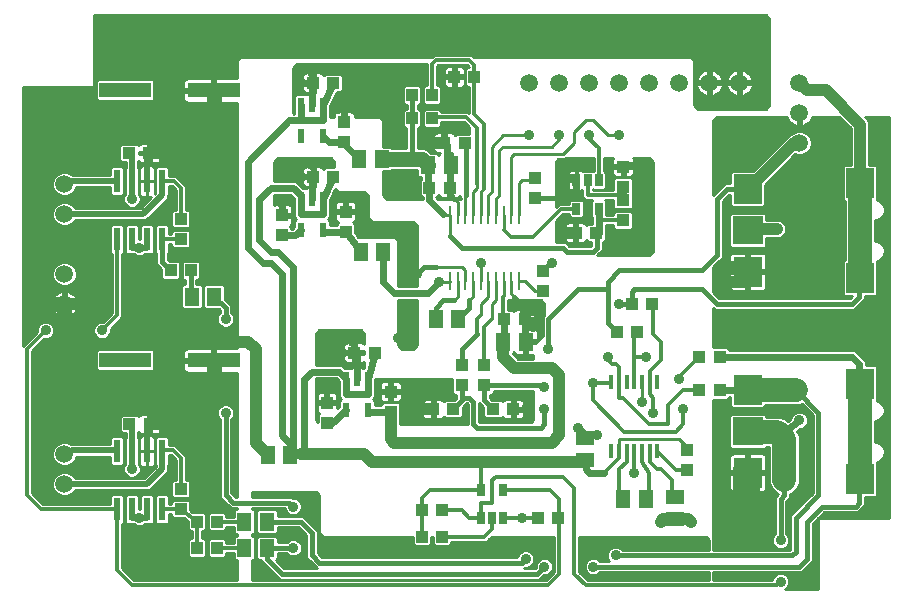
<source format=gtl>
G75*
G70*
%OFA0B0*%
%FSLAX24Y24*%
%IPPOS*%
%LPD*%
%AMOC8*
5,1,8,0,0,1.08239X$1,22.5*
%
%ADD10R,0.0098X0.0610*%
%ADD11R,0.0244X0.0480*%
%ADD12R,0.0433X0.0394*%
%ADD13R,0.0394X0.0433*%
%ADD14R,0.0512X0.0591*%
%ADD15R,0.0142X0.0496*%
%ADD16R,0.0591X0.0512*%
%ADD17R,0.0276X0.0394*%
%ADD18R,0.0945X0.1004*%
%ADD19R,0.0945X0.0984*%
%ADD20R,0.1024X0.0945*%
%ADD21C,0.0594*%
%ADD22R,0.0220X0.0780*%
%ADD23R,0.1732X0.0512*%
%ADD24C,0.0236*%
%ADD25C,0.0098*%
%ADD26C,0.0160*%
%ADD27C,0.0197*%
%ADD28C,0.0356*%
%ADD29C,0.0118*%
%ADD30C,0.0394*%
%ADD31C,0.0138*%
%ADD32C,0.0157*%
%ADD33C,0.0110*%
%ADD34C,0.0500*%
%ADD35C,0.0150*%
%ADD36C,0.0787*%
%ADD37C,0.0060*%
%ADD38C,0.0591*%
D10*
X014698Y010623D03*
X014954Y010623D03*
X015210Y010623D03*
X015466Y010623D03*
X015722Y010623D03*
X015978Y010623D03*
X016234Y010623D03*
X016490Y010623D03*
X016746Y010623D03*
X017002Y010623D03*
X017002Y012827D03*
X016746Y012827D03*
X016490Y012827D03*
X016234Y012827D03*
X015978Y012827D03*
X015722Y012827D03*
X015466Y012827D03*
X015210Y012827D03*
X014954Y012827D03*
X014698Y012827D03*
D11*
X010474Y012334D03*
X009726Y012334D03*
X009726Y013366D03*
X010100Y013366D03*
X010474Y013366D03*
X010474Y015459D03*
X009726Y015459D03*
X009726Y016491D03*
X010100Y016491D03*
X010474Y016491D03*
X011226Y007366D03*
X011600Y007366D03*
X011974Y007366D03*
X011974Y006334D03*
X011226Y006334D03*
D12*
X012725Y006265D03*
X012725Y006935D03*
X014140Y006350D03*
X014810Y006350D03*
X015100Y007140D03*
X015850Y007140D03*
X015850Y007810D03*
X015100Y007810D03*
X016140Y006350D03*
X016810Y006350D03*
X016515Y009350D03*
X017185Y009350D03*
X017795Y010301D03*
X017795Y010970D03*
X018890Y012225D03*
X019560Y012225D03*
X020475Y012640D03*
X020475Y013310D03*
X020475Y013765D03*
X020475Y014435D03*
X017543Y014045D03*
X017543Y013376D03*
X015185Y015225D03*
X014515Y015225D03*
X014685Y013725D03*
X014015Y013725D03*
X010810Y014100D03*
X010140Y014100D03*
X005725Y012685D03*
X005725Y012015D03*
X004679Y014886D03*
X004009Y014886D03*
X010140Y017225D03*
X010810Y017225D03*
X011515Y008225D03*
X012185Y008225D03*
X005725Y003685D03*
X005725Y003015D03*
X004685Y005850D03*
X004015Y005850D03*
X022616Y005002D03*
X022616Y004332D03*
D13*
X023015Y006975D03*
X023685Y006975D03*
X023685Y008100D03*
X023015Y008100D03*
X020924Y008930D03*
X020255Y008930D03*
X020755Y009842D03*
X021424Y009842D03*
X014104Y016041D03*
X013435Y016041D03*
X013435Y016825D03*
X014104Y016825D03*
X014843Y017422D03*
X015512Y017422D03*
X011177Y015935D03*
X011177Y015265D03*
X011225Y012935D03*
X011225Y012265D03*
X009100Y012140D03*
X009100Y012810D03*
X006060Y010975D03*
X005390Y010975D03*
X010600Y006560D03*
X010600Y005890D03*
X013765Y002975D03*
X014435Y002975D03*
X014435Y002100D03*
X013765Y002100D03*
X017640Y002725D03*
X018310Y002725D03*
X006935Y002600D03*
X006265Y002600D03*
X006265Y001725D03*
X006935Y001725D03*
D14*
X007851Y001725D03*
X008599Y001725D03*
X008599Y002600D03*
X007851Y002600D03*
X008631Y004808D03*
X009380Y004808D03*
X014226Y009350D03*
X014974Y009350D03*
X016476Y008600D03*
X017224Y008600D03*
X012474Y011600D03*
X011726Y011600D03*
X013976Y014475D03*
X014724Y014475D03*
X012421Y014689D03*
X011673Y014689D03*
X006849Y010100D03*
X006101Y010100D03*
X020476Y003350D03*
X021224Y003350D03*
D15*
X021106Y004958D03*
X021362Y004958D03*
X021618Y004958D03*
X020850Y004958D03*
X020594Y004958D03*
X020338Y004958D03*
X020082Y004958D03*
X020082Y007242D03*
X020338Y007242D03*
X020594Y007242D03*
X020850Y007242D03*
X021106Y007242D03*
X021362Y007242D03*
X021618Y007242D03*
D16*
X019187Y005393D03*
X019187Y004645D03*
X022208Y003422D03*
X022208Y002674D03*
D17*
X016473Y002725D03*
X016099Y002725D03*
X015725Y002725D03*
X015725Y003670D03*
X016473Y003670D03*
X018911Y013030D03*
X019659Y013030D03*
X019659Y013975D03*
X019285Y013975D03*
X018911Y013975D03*
D18*
X028368Y013889D03*
X028368Y010720D03*
X028368Y007196D03*
X028368Y004027D03*
D19*
X024628Y004234D03*
X024628Y006990D03*
X024628Y010927D03*
X024628Y013683D03*
D20*
X024628Y012305D03*
X024628Y005612D03*
D21*
X026350Y015225D03*
X026350Y016225D03*
X026350Y017225D03*
X024350Y017225D03*
X023350Y017225D03*
X022350Y017225D03*
X021350Y017225D03*
X020350Y017225D03*
X019350Y017225D03*
X018350Y017225D03*
X017350Y017225D03*
X001850Y013850D03*
X001850Y012850D03*
X001850Y010850D03*
X001850Y009850D03*
X001850Y004850D03*
X001850Y003850D03*
D22*
X003600Y003005D03*
X004100Y003005D03*
X004600Y003005D03*
X005100Y003005D03*
X005100Y004945D03*
X004600Y004945D03*
X004100Y004945D03*
X003600Y004945D03*
X003600Y012005D03*
X004100Y012005D03*
X004600Y012005D03*
X005100Y012005D03*
X005100Y013945D03*
X004600Y013945D03*
X004100Y013945D03*
X003600Y013945D03*
D23*
X003874Y016975D03*
X006826Y016975D03*
X006826Y007975D03*
X003874Y007975D03*
D24*
X003725Y007975D01*
X004850Y005975D02*
X004725Y005850D01*
X004685Y005850D01*
X009100Y005475D02*
X009380Y005195D01*
X009380Y004808D01*
X009683Y004808D01*
X009725Y004850D01*
X009850Y004975D01*
X009850Y007350D01*
X010100Y007600D01*
X010992Y007600D01*
X011226Y007366D01*
X011226Y006850D01*
X011974Y006850D01*
X011974Y007366D01*
X012185Y008225D01*
X011600Y008225D02*
X011515Y008225D01*
X011600Y008225D02*
X011600Y007366D01*
X011226Y006334D02*
X010782Y005890D01*
X010600Y005890D01*
X011974Y006334D02*
X012043Y006265D01*
X012725Y006265D01*
X009475Y004850D02*
X009475Y011100D01*
X008975Y011600D01*
X008725Y011600D01*
X008350Y011975D01*
X008350Y013350D01*
X008725Y013725D01*
X009475Y013725D01*
X009725Y013475D01*
X009725Y013365D01*
X009725Y012850D01*
X010474Y012850D01*
X010474Y013366D01*
X010810Y014100D01*
X010140Y014100D02*
X010100Y014060D01*
X010100Y013366D01*
X009726Y013366D02*
X009725Y013365D01*
X009100Y013225D02*
X009100Y012810D01*
X009726Y012334D02*
X009532Y012140D01*
X009100Y012140D01*
X008475Y011225D02*
X007975Y011725D01*
X007975Y014600D01*
X009350Y015975D01*
X009725Y015975D01*
X010474Y015975D01*
X010474Y016491D01*
X010810Y017225D01*
X010140Y017225D02*
X010100Y017185D01*
X010100Y016491D01*
X009726Y016491D02*
X009726Y016491D01*
X009725Y016491D01*
X009725Y016490D01*
X009725Y015975D01*
X010474Y015459D02*
X010668Y015265D01*
X011177Y015265D01*
X011177Y015185D01*
X011673Y014689D01*
X011177Y015935D02*
X011177Y016350D01*
X011475Y016350D01*
X011177Y016350D02*
X010975Y016350D01*
X010140Y017225D02*
X009725Y017225D01*
X010100Y017265D02*
X010100Y017600D01*
X010100Y017265D02*
X010140Y017225D01*
X013976Y014475D02*
X013976Y013764D01*
X014015Y013725D01*
X014015Y013310D01*
X014475Y012850D01*
X014685Y013725D02*
X014685Y014436D01*
X014724Y014475D01*
X014724Y014601D01*
X014600Y014725D01*
X014600Y015140D01*
X014515Y015225D01*
X014515Y015640D01*
X014600Y015725D01*
X018475Y014100D02*
X018911Y014100D01*
X018911Y013975D01*
X018911Y013600D01*
X018475Y013600D01*
X019659Y013030D02*
X019659Y012225D01*
X019560Y012225D01*
X020475Y013310D02*
X020475Y013765D01*
X020475Y014435D02*
X020475Y014475D01*
X021100Y014475D01*
X014350Y010600D02*
X013975Y010225D01*
X012850Y010225D01*
X012474Y010601D01*
X012474Y011600D01*
X011726Y011600D02*
X011225Y012265D01*
X010543Y012265D01*
X010474Y012334D01*
X009100Y010850D02*
X008725Y011225D01*
X008475Y011225D01*
X009100Y010850D02*
X009100Y005475D01*
X009380Y004808D02*
X009433Y004808D01*
X009475Y004850D01*
X016476Y008600D02*
X016486Y008601D01*
X016496Y008605D01*
X016504Y008611D01*
X016510Y008620D01*
X016514Y008629D01*
X016515Y008639D01*
X016515Y009350D01*
X017185Y009350D02*
X017185Y009100D01*
X017475Y009100D01*
X017185Y009100D02*
X017185Y008639D01*
X017186Y008629D01*
X017190Y008620D01*
X017196Y008611D01*
X017205Y008605D01*
X017214Y008601D01*
X017224Y008600D01*
X017185Y009350D02*
X017185Y009600D01*
X017600Y009600D01*
X018975Y005725D02*
X019187Y005513D01*
X019187Y005393D01*
X019268Y005475D01*
X019600Y005475D01*
X019187Y004645D02*
X019141Y004600D01*
X019225Y004607D02*
X019225Y004350D01*
X019350Y004225D01*
X019850Y004225D01*
X023685Y006975D02*
X024850Y006975D01*
X025725Y005475D02*
X026350Y005975D01*
X028350Y007214D02*
X028368Y007196D01*
X028350Y007214D02*
X028350Y007850D01*
X028100Y008100D01*
X023685Y008100D01*
X004850Y014975D02*
X004767Y014975D01*
X004679Y014886D01*
X003874Y016975D02*
X003725Y016975D01*
D25*
X002898Y016965D02*
X000475Y016965D01*
X000475Y016868D02*
X002898Y016868D01*
X002898Y016771D02*
X000475Y016771D01*
X000475Y016674D02*
X002898Y016674D01*
X002962Y016610D01*
X004785Y016610D01*
X004849Y016674D01*
X004849Y017276D01*
X004785Y017340D01*
X002962Y017340D01*
X002898Y017276D01*
X002898Y016674D01*
X002898Y017062D02*
X000475Y017062D01*
X000475Y017100D02*
X002850Y017100D01*
X002850Y019475D01*
X025225Y019475D01*
X025350Y019350D01*
X025350Y016475D01*
X025225Y016350D01*
X022975Y016350D01*
X022850Y016475D01*
X022850Y017975D01*
X022725Y018100D01*
X015463Y018100D01*
X015420Y018143D01*
X014155Y018143D01*
X014112Y018100D01*
X007725Y018100D01*
X007600Y017975D01*
X007600Y017380D01*
X006876Y017380D01*
X006876Y017024D01*
X006777Y017024D01*
X006777Y016926D01*
X005811Y016926D01*
X005811Y016699D01*
X005821Y016661D01*
X005841Y016627D01*
X005869Y016600D01*
X005903Y016580D01*
X005941Y016570D01*
X006777Y016570D01*
X006777Y016926D01*
X006876Y016926D01*
X006876Y016570D01*
X007600Y016570D01*
X007600Y008380D01*
X006876Y008380D01*
X006876Y008024D01*
X006777Y008024D01*
X006777Y007926D01*
X005811Y007926D01*
X005811Y007699D01*
X005821Y007661D01*
X005841Y007627D01*
X005869Y007600D01*
X005903Y007580D01*
X005941Y007570D01*
X006777Y007570D01*
X006777Y007926D01*
X006876Y007926D01*
X006876Y007570D01*
X007600Y007570D01*
X007600Y003413D01*
X007553Y003413D01*
X007413Y003553D01*
X007413Y006007D01*
X007469Y006062D01*
X007512Y006168D01*
X007512Y006282D01*
X007469Y006388D01*
X007388Y006469D01*
X007282Y006512D01*
X007168Y006512D01*
X007062Y006469D01*
X006981Y006388D01*
X006938Y006282D01*
X006938Y006168D01*
X006981Y006062D01*
X007037Y006007D01*
X007037Y003397D01*
X007287Y003147D01*
X007397Y003037D01*
X007600Y003037D01*
X007600Y003004D01*
X007550Y003004D01*
X007486Y002941D01*
X007486Y002768D01*
X007241Y002768D01*
X007241Y002862D01*
X007177Y002926D01*
X006693Y002926D01*
X006629Y002862D01*
X006629Y002338D01*
X006693Y002274D01*
X007177Y002274D01*
X007241Y002338D01*
X007241Y002432D01*
X007486Y002432D01*
X007486Y002259D01*
X007550Y002196D01*
X007600Y002196D01*
X007600Y002129D01*
X007550Y002129D01*
X007486Y002066D01*
X007486Y001893D01*
X007241Y001893D01*
X007241Y001987D01*
X007177Y002051D01*
X006693Y002051D01*
X006629Y001987D01*
X006629Y001463D01*
X006693Y001399D01*
X007177Y001399D01*
X007241Y001463D01*
X007241Y001557D01*
X007486Y001557D01*
X007486Y001384D01*
X007550Y001321D01*
X007600Y001321D01*
X007600Y000643D01*
X004170Y000643D01*
X003768Y001045D01*
X003768Y002519D01*
X003819Y002570D01*
X003819Y003440D01*
X003755Y003504D01*
X003445Y003504D01*
X003381Y003440D01*
X003381Y003173D01*
X001140Y003173D01*
X000768Y003545D01*
X000768Y008280D01*
X001176Y008688D01*
X001282Y008688D01*
X001388Y008731D01*
X001469Y008812D01*
X001512Y008918D01*
X001512Y009032D01*
X001469Y009138D01*
X001388Y009219D01*
X001282Y009262D01*
X001168Y009262D01*
X001062Y009219D01*
X000981Y009138D01*
X000938Y009032D01*
X000938Y008926D01*
X000530Y008518D01*
X000475Y008463D01*
X000475Y017100D01*
X000475Y016577D02*
X005913Y016577D01*
X005818Y016674D02*
X004849Y016674D01*
X004849Y016771D02*
X005811Y016771D01*
X005811Y016868D02*
X004849Y016868D01*
X004849Y016965D02*
X006777Y016965D01*
X006777Y017024D02*
X005811Y017024D01*
X005811Y017251D01*
X005821Y017288D01*
X005841Y017323D01*
X005869Y017350D01*
X005903Y017370D01*
X005941Y017380D01*
X006777Y017380D01*
X006777Y017024D01*
X006777Y017062D02*
X006876Y017062D01*
X006876Y017159D02*
X006777Y017159D01*
X006777Y017256D02*
X006876Y017256D01*
X006876Y017353D02*
X006777Y017353D01*
X006777Y016868D02*
X006876Y016868D01*
X006876Y016771D02*
X006777Y016771D01*
X006777Y016674D02*
X006876Y016674D01*
X006876Y016577D02*
X006777Y016577D01*
X007600Y016480D02*
X000475Y016480D01*
X000475Y016383D02*
X007600Y016383D01*
X007600Y016287D02*
X000475Y016287D01*
X000475Y016190D02*
X007600Y016190D01*
X007600Y016093D02*
X000475Y016093D01*
X000475Y015996D02*
X007600Y015996D01*
X007600Y015899D02*
X000475Y015899D01*
X000475Y015802D02*
X007600Y015802D01*
X007600Y015705D02*
X000475Y015705D01*
X000475Y015608D02*
X007600Y015608D01*
X007600Y015511D02*
X000475Y015511D01*
X000475Y015414D02*
X007600Y015414D01*
X007600Y015317D02*
X000475Y015317D01*
X000475Y015220D02*
X004401Y015220D01*
X004405Y015222D02*
X004371Y015203D01*
X004343Y015175D01*
X004323Y015141D01*
X004323Y015141D01*
X004271Y015192D01*
X003748Y015192D01*
X003684Y015129D01*
X003684Y014644D01*
X003748Y014580D01*
X003892Y014580D01*
X003892Y014392D01*
X003881Y014380D01*
X003881Y013537D01*
X003856Y013513D01*
X003813Y013407D01*
X003813Y013293D01*
X003856Y013187D01*
X003937Y013106D01*
X004043Y013063D01*
X004157Y013063D01*
X004263Y013106D01*
X004344Y013187D01*
X004387Y013293D01*
X004387Y013407D01*
X004344Y013513D01*
X004319Y013537D01*
X004319Y014380D01*
X004308Y014392D01*
X004308Y014617D01*
X004323Y014632D01*
X004343Y014598D01*
X004371Y014570D01*
X004405Y014551D01*
X004443Y014540D01*
X004630Y014540D01*
X004630Y014837D01*
X004728Y014837D01*
X004728Y014540D01*
X004915Y014540D01*
X004953Y014551D01*
X004987Y014570D01*
X005015Y014598D01*
X005034Y014632D01*
X005044Y014670D01*
X005044Y014837D01*
X004728Y014837D01*
X004728Y014936D01*
X004630Y014936D01*
X004630Y015232D01*
X004443Y015232D01*
X004405Y015222D01*
X004630Y015220D02*
X004728Y015220D01*
X004728Y015232D02*
X004728Y014936D01*
X005044Y014936D01*
X005044Y015103D01*
X005034Y015141D01*
X005015Y015175D01*
X004987Y015203D01*
X004953Y015222D01*
X004915Y015232D01*
X004728Y015232D01*
X004728Y015123D02*
X004630Y015123D01*
X004630Y015027D02*
X004728Y015027D01*
X004728Y014930D02*
X007600Y014930D01*
X007600Y015027D02*
X005044Y015027D01*
X005039Y015123D02*
X007600Y015123D01*
X007600Y015220D02*
X004956Y015220D01*
X004630Y014936D02*
X004335Y014936D01*
X004335Y014837D01*
X004630Y014837D01*
X004630Y014936D01*
X004630Y014930D02*
X004335Y014930D01*
X004630Y014833D02*
X004728Y014833D01*
X004728Y014736D02*
X004630Y014736D01*
X004630Y014639D02*
X004728Y014639D01*
X004728Y014542D02*
X004630Y014542D01*
X004606Y014484D02*
X004730Y014484D01*
X004768Y014474D01*
X004802Y014454D01*
X004829Y014427D01*
X004849Y014393D01*
X004859Y014355D01*
X004859Y013951D01*
X004606Y013951D01*
X004594Y013951D01*
X004594Y013939D01*
X004606Y013939D01*
X004606Y013406D01*
X004730Y013406D01*
X004740Y013409D01*
X004389Y013058D01*
X002204Y013058D01*
X002194Y013080D01*
X002080Y013194D01*
X001931Y013256D01*
X001769Y013256D01*
X001620Y013194D01*
X001506Y013080D01*
X001444Y012931D01*
X001444Y012769D01*
X001506Y012620D01*
X001620Y012506D01*
X001769Y012444D01*
X001931Y012444D01*
X002080Y012506D01*
X002194Y012620D01*
X002204Y012642D01*
X004561Y012642D01*
X005186Y013267D01*
X005308Y013389D01*
X005308Y013498D01*
X005319Y013510D01*
X005319Y013777D01*
X005435Y013777D01*
X005557Y013655D01*
X005557Y012991D01*
X004910Y012991D01*
X005007Y013088D02*
X005557Y013088D01*
X005557Y013185D02*
X005104Y013185D01*
X005186Y013267D02*
X005186Y013267D01*
X005201Y013282D02*
X005557Y013282D01*
X005557Y013379D02*
X005297Y013379D01*
X005308Y013476D02*
X005557Y013476D01*
X005557Y013573D02*
X005319Y013573D01*
X005319Y013670D02*
X005542Y013670D01*
X005446Y013766D02*
X005319Y013766D01*
X005575Y014113D02*
X005795Y013893D01*
X005893Y013795D01*
X005893Y012991D01*
X007600Y012991D01*
X007600Y012894D02*
X006051Y012894D01*
X006051Y012927D02*
X005987Y012991D01*
X005893Y012991D01*
X005893Y013088D02*
X007600Y013088D01*
X007600Y013185D02*
X005893Y013185D01*
X005893Y013282D02*
X007600Y013282D01*
X007600Y013379D02*
X005893Y013379D01*
X005893Y013476D02*
X007600Y013476D01*
X007600Y013573D02*
X005893Y013573D01*
X005893Y013670D02*
X007600Y013670D01*
X007600Y013766D02*
X005893Y013766D01*
X005825Y013863D02*
X007600Y013863D01*
X007600Y013960D02*
X005728Y013960D01*
X005631Y014057D02*
X007600Y014057D01*
X007600Y014154D02*
X005319Y014154D01*
X005319Y014113D02*
X005319Y014380D01*
X005255Y014444D01*
X004945Y014444D01*
X004881Y014380D01*
X004881Y013549D01*
X004856Y013525D01*
X004859Y013535D01*
X004859Y013939D01*
X004606Y013939D01*
X004606Y013951D01*
X004606Y014484D01*
X004594Y014484D02*
X004470Y014484D01*
X004432Y014474D01*
X004398Y014454D01*
X004371Y014427D01*
X004351Y014393D01*
X004341Y014355D01*
X004341Y013951D01*
X004594Y013951D01*
X004594Y014484D01*
X004594Y014445D02*
X004606Y014445D01*
X004594Y014348D02*
X004606Y014348D01*
X004594Y014251D02*
X004606Y014251D01*
X004594Y014154D02*
X004606Y014154D01*
X004594Y014057D02*
X004606Y014057D01*
X004594Y013960D02*
X004606Y013960D01*
X004594Y013939D02*
X004341Y013939D01*
X004341Y013535D01*
X004351Y013497D01*
X004371Y013463D01*
X004398Y013436D01*
X004432Y013416D01*
X004470Y013406D01*
X004594Y013406D01*
X004594Y013939D01*
X004594Y013863D02*
X004606Y013863D01*
X004594Y013766D02*
X004606Y013766D01*
X004594Y013670D02*
X004606Y013670D01*
X004594Y013573D02*
X004606Y013573D01*
X004594Y013476D02*
X004606Y013476D01*
X004710Y013379D02*
X004387Y013379D01*
X004383Y013282D02*
X004613Y013282D01*
X004516Y013185D02*
X004341Y013185D01*
X004419Y013088D02*
X004218Y013088D01*
X003982Y013088D02*
X002186Y013088D01*
X002089Y013185D02*
X003859Y013185D01*
X003817Y013282D02*
X000475Y013282D01*
X000475Y013379D02*
X003813Y013379D01*
X003755Y013446D02*
X003445Y013446D01*
X003381Y013510D01*
X003381Y013737D01*
X002243Y013737D01*
X002194Y013620D01*
X002080Y013506D01*
X001931Y013444D01*
X001769Y013444D01*
X001620Y013506D01*
X001506Y013620D01*
X001444Y013769D01*
X001444Y013931D01*
X001506Y014080D01*
X001620Y014194D01*
X001769Y014256D01*
X001931Y014256D01*
X002080Y014194D01*
X002122Y014153D01*
X003381Y014153D01*
X003381Y014380D01*
X003445Y014444D01*
X003755Y014444D01*
X003819Y014380D01*
X003819Y013510D01*
X003755Y013446D01*
X003785Y013476D02*
X003841Y013476D01*
X003819Y013573D02*
X003881Y013573D01*
X003881Y013670D02*
X003819Y013670D01*
X003819Y013766D02*
X003881Y013766D01*
X003881Y013863D02*
X003819Y013863D01*
X003819Y013960D02*
X003881Y013960D01*
X003881Y014057D02*
X003819Y014057D01*
X003819Y014154D02*
X003881Y014154D01*
X003881Y014251D02*
X003819Y014251D01*
X003819Y014348D02*
X003881Y014348D01*
X003892Y014445D02*
X000475Y014445D01*
X000475Y014542D02*
X003892Y014542D01*
X003689Y014639D02*
X000475Y014639D01*
X000475Y014736D02*
X003684Y014736D01*
X003684Y014833D02*
X000475Y014833D01*
X000475Y014930D02*
X003684Y014930D01*
X003684Y015027D02*
X000475Y015027D01*
X000475Y015123D02*
X003684Y015123D01*
X004323Y014632D02*
X004323Y014632D01*
X004308Y014542D02*
X004437Y014542D01*
X004389Y014445D02*
X004308Y014445D01*
X004319Y014348D02*
X004341Y014348D01*
X004341Y014251D02*
X004319Y014251D01*
X004319Y014154D02*
X004341Y014154D01*
X004341Y014057D02*
X004319Y014057D01*
X004319Y013960D02*
X004341Y013960D01*
X004341Y013863D02*
X004319Y013863D01*
X004319Y013766D02*
X004341Y013766D01*
X004341Y013670D02*
X004319Y013670D01*
X004319Y013573D02*
X004341Y013573D01*
X004359Y013476D02*
X004363Y013476D01*
X004859Y013573D02*
X004881Y013573D01*
X004881Y013670D02*
X004859Y013670D01*
X004859Y013766D02*
X004881Y013766D01*
X004881Y013863D02*
X004859Y013863D01*
X004859Y013960D02*
X004881Y013960D01*
X004881Y014057D02*
X004859Y014057D01*
X004859Y014154D02*
X004881Y014154D01*
X004881Y014251D02*
X004859Y014251D01*
X004859Y014348D02*
X004881Y014348D01*
X004811Y014445D02*
X007600Y014445D01*
X007600Y014542D02*
X004921Y014542D01*
X005036Y014639D02*
X007600Y014639D01*
X007600Y014736D02*
X005044Y014736D01*
X005044Y014833D02*
X007600Y014833D01*
X007600Y014348D02*
X005319Y014348D01*
X005319Y014251D02*
X007600Y014251D01*
X008850Y014251D02*
X009775Y014251D01*
X009775Y014316D02*
X009775Y014149D01*
X010091Y014149D01*
X010091Y014051D01*
X009775Y014051D01*
X009775Y013884D01*
X009785Y013846D01*
X009804Y013812D01*
X009832Y013784D01*
X009866Y013764D01*
X009904Y013754D01*
X009954Y013754D01*
X009920Y013745D01*
X009886Y013725D01*
X009876Y013715D01*
X009806Y013715D01*
X009702Y013819D01*
X009569Y013952D01*
X008850Y013952D01*
X008850Y014600D01*
X008975Y014725D01*
X010725Y014725D01*
X010850Y014600D01*
X010850Y014406D01*
X010548Y014406D01*
X010496Y014354D01*
X010496Y014354D01*
X010476Y014388D01*
X010449Y014416D01*
X010414Y014436D01*
X010377Y014446D01*
X010190Y014446D01*
X010190Y014149D01*
X010091Y014149D01*
X010091Y014446D01*
X009904Y014446D01*
X009866Y014436D01*
X009832Y014416D01*
X009804Y014388D01*
X009785Y014354D01*
X009775Y014316D01*
X009783Y014348D02*
X008850Y014348D01*
X008850Y014445D02*
X009900Y014445D01*
X010091Y014445D02*
X010190Y014445D01*
X010190Y014348D02*
X010091Y014348D01*
X010091Y014251D02*
X010190Y014251D01*
X010190Y014154D02*
X010091Y014154D01*
X010091Y014057D02*
X008850Y014057D01*
X008850Y013960D02*
X009775Y013960D01*
X009780Y013863D02*
X009658Y013863D01*
X009755Y013766D02*
X009862Y013766D01*
X010088Y013754D02*
X010091Y013754D01*
X010091Y014051D01*
X010190Y014051D01*
X010190Y013755D01*
X010112Y013755D01*
X010112Y013378D01*
X010088Y013378D01*
X010088Y013754D01*
X010091Y013766D02*
X010190Y013766D01*
X010190Y013863D02*
X010091Y013863D01*
X010091Y013960D02*
X010190Y013960D01*
X010112Y013670D02*
X010088Y013670D01*
X010088Y013573D02*
X010112Y013573D01*
X010112Y013476D02*
X010088Y013476D01*
X010088Y013379D02*
X010112Y013379D01*
X010705Y013325D02*
X010705Y013080D01*
X010701Y013076D01*
X010701Y012756D01*
X010629Y012684D01*
X010641Y012684D01*
X010705Y012620D01*
X010705Y012493D01*
X010919Y012493D01*
X010919Y012527D01*
X010971Y012579D01*
X010971Y012579D01*
X010937Y012599D01*
X010909Y012626D01*
X010889Y012661D01*
X010879Y012698D01*
X010879Y012885D01*
X011176Y012885D01*
X011176Y012984D01*
X011176Y013300D01*
X011009Y013300D01*
X010971Y013290D01*
X010937Y013271D01*
X010909Y013243D01*
X010889Y013209D01*
X010879Y013171D01*
X010879Y012984D01*
X011176Y012984D01*
X011274Y012984D01*
X011274Y013300D01*
X011441Y013300D01*
X011479Y013290D01*
X011513Y013271D01*
X011541Y013243D01*
X011561Y013209D01*
X011571Y013171D01*
X011571Y012984D01*
X011274Y012984D01*
X011274Y012885D01*
X011571Y012885D01*
X011571Y012698D01*
X011561Y012661D01*
X011541Y012626D01*
X011513Y012599D01*
X011479Y012579D01*
X011479Y012579D01*
X011531Y012527D01*
X011531Y012237D01*
X011634Y012100D01*
X012850Y012100D01*
X012975Y011975D01*
X012975Y010452D01*
X013600Y010452D01*
X013600Y012475D01*
X013475Y012600D01*
X012100Y012600D01*
X011975Y012725D01*
X011975Y013475D01*
X011850Y013600D01*
X010975Y013600D01*
X010876Y013699D01*
X010705Y013325D01*
X010705Y013282D02*
X010956Y013282D01*
X010883Y013185D02*
X010705Y013185D01*
X010705Y013088D02*
X010879Y013088D01*
X010879Y012991D02*
X010701Y012991D01*
X010701Y012894D02*
X011176Y012894D01*
X011176Y012991D02*
X011274Y012991D01*
X011274Y012894D02*
X011975Y012894D01*
X011975Y012797D02*
X011571Y012797D01*
X011571Y012700D02*
X012000Y012700D01*
X012097Y012603D02*
X011518Y012603D01*
X011531Y012506D02*
X013569Y012506D01*
X013600Y012410D02*
X011531Y012410D01*
X011531Y012313D02*
X013600Y012313D01*
X013600Y012216D02*
X011547Y012216D01*
X011620Y012119D02*
X013600Y012119D01*
X013600Y012022D02*
X012928Y012022D01*
X012975Y011925D02*
X013600Y011925D01*
X013600Y011828D02*
X012975Y011828D01*
X012975Y011731D02*
X013600Y011731D01*
X013600Y011634D02*
X012975Y011634D01*
X012975Y011537D02*
X013600Y011537D01*
X013600Y011440D02*
X012975Y011440D01*
X012975Y011343D02*
X013600Y011343D01*
X013600Y011246D02*
X012975Y011246D01*
X012975Y011150D02*
X013600Y011150D01*
X013600Y011053D02*
X012975Y011053D01*
X012975Y010956D02*
X013600Y010956D01*
X013600Y010859D02*
X012975Y010859D01*
X012975Y010762D02*
X013600Y010762D01*
X013600Y010665D02*
X012975Y010665D01*
X012975Y010568D02*
X013600Y010568D01*
X013600Y010471D02*
X012975Y010471D01*
X012975Y009998D02*
X013600Y009998D01*
X013600Y008475D01*
X013475Y008350D01*
X013100Y008350D01*
X012975Y008475D01*
X012975Y009998D01*
X012975Y009986D02*
X013600Y009986D01*
X013600Y009889D02*
X012975Y009889D01*
X012975Y009793D02*
X013600Y009793D01*
X013600Y009696D02*
X012975Y009696D01*
X012975Y009599D02*
X013600Y009599D01*
X013600Y009502D02*
X012975Y009502D01*
X012975Y009405D02*
X013600Y009405D01*
X013600Y009308D02*
X012975Y009308D01*
X012975Y009211D02*
X013600Y009211D01*
X013600Y009114D02*
X012975Y009114D01*
X012975Y009017D02*
X013600Y009017D01*
X013600Y008920D02*
X012975Y008920D01*
X012975Y008823D02*
X013600Y008823D01*
X013600Y008726D02*
X012975Y008726D01*
X012975Y008629D02*
X013600Y008629D01*
X013600Y008533D02*
X012975Y008533D01*
X013014Y008436D02*
X013561Y008436D01*
X012999Y007271D02*
X012961Y007281D01*
X012774Y007281D01*
X012774Y006984D01*
X012676Y006984D01*
X012676Y007281D01*
X012489Y007281D01*
X012451Y007271D01*
X012417Y007251D01*
X012389Y007223D01*
X012369Y007189D01*
X012359Y007151D01*
X012359Y006984D01*
X012676Y006984D01*
X012676Y006885D01*
X012774Y006885D01*
X012774Y006589D01*
X012961Y006589D01*
X012999Y006599D01*
X013033Y006618D01*
X013061Y006646D01*
X013081Y006680D01*
X013091Y006718D01*
X013091Y006885D01*
X014788Y006885D01*
X014774Y006898D02*
X014838Y006834D01*
X014912Y006834D01*
X014912Y006718D01*
X014850Y006656D01*
X014548Y006656D01*
X014496Y006604D01*
X014496Y006604D01*
X014476Y006638D01*
X014449Y006666D01*
X014414Y006686D01*
X014377Y006696D01*
X014190Y006696D01*
X014190Y006399D01*
X014091Y006399D01*
X014091Y006301D01*
X013775Y006301D01*
X013775Y006134D01*
X013785Y006096D01*
X013804Y006062D01*
X013832Y006034D01*
X013866Y006014D01*
X013904Y006004D01*
X014091Y006004D01*
X014091Y006301D01*
X014190Y006301D01*
X014190Y006004D01*
X014377Y006004D01*
X014414Y006014D01*
X014449Y006034D01*
X014476Y006062D01*
X014496Y006096D01*
X014548Y006044D01*
X015071Y006044D01*
X015135Y006108D01*
X015135Y006410D01*
X015262Y006537D01*
X015272Y006537D01*
X015287Y006522D01*
X015287Y005850D01*
X013031Y005850D01*
X013031Y006004D01*
X013051Y006023D01*
X013051Y006507D01*
X012987Y006571D01*
X012463Y006571D01*
X012399Y006507D01*
X012399Y006493D01*
X012205Y006493D01*
X012205Y006620D01*
X012141Y006684D01*
X012129Y006684D01*
X012201Y006756D01*
X012201Y007076D01*
X012205Y007080D01*
X012205Y007350D01*
X014774Y007350D01*
X014774Y006898D01*
X014774Y006982D02*
X012774Y006982D01*
X012774Y006984D02*
X013091Y006984D01*
X013091Y007151D01*
X013081Y007189D01*
X013061Y007223D01*
X013033Y007251D01*
X012999Y007271D01*
X012992Y007272D02*
X014774Y007272D01*
X014774Y007176D02*
X013084Y007176D01*
X013091Y007079D02*
X014774Y007079D01*
X014912Y006788D02*
X013091Y006788D01*
X013083Y006691D02*
X013885Y006691D01*
X013866Y006686D02*
X013832Y006666D01*
X013804Y006638D01*
X013785Y006604D01*
X013775Y006566D01*
X013775Y006399D01*
X014091Y006399D01*
X014091Y006696D01*
X013904Y006696D01*
X013866Y006686D01*
X013782Y006594D02*
X012981Y006594D01*
X013051Y006497D02*
X013775Y006497D01*
X013775Y006400D02*
X013051Y006400D01*
X013051Y006303D02*
X014091Y006303D01*
X014091Y006206D02*
X014190Y006206D01*
X014190Y006109D02*
X014091Y006109D01*
X014091Y006012D02*
X014190Y006012D01*
X014408Y006012D02*
X015287Y006012D01*
X015287Y005916D02*
X013031Y005916D01*
X013040Y006012D02*
X013872Y006012D01*
X013781Y006109D02*
X013051Y006109D01*
X013051Y006206D02*
X013775Y006206D01*
X014091Y006400D02*
X014190Y006400D01*
X014190Y006497D02*
X014091Y006497D01*
X014091Y006594D02*
X014190Y006594D01*
X014190Y006691D02*
X014091Y006691D01*
X014396Y006691D02*
X014885Y006691D01*
X015135Y006400D02*
X015287Y006400D01*
X015287Y006303D02*
X015135Y006303D01*
X015135Y006206D02*
X015287Y006206D01*
X015287Y006109D02*
X015135Y006109D01*
X015663Y006109D02*
X015815Y006109D01*
X015815Y006108D02*
X015879Y006044D01*
X016402Y006044D01*
X016454Y006096D01*
X016454Y006096D01*
X016474Y006062D01*
X016501Y006034D01*
X016536Y006014D01*
X016573Y006004D01*
X016760Y006004D01*
X016760Y006301D01*
X016859Y006301D01*
X016859Y006399D01*
X017175Y006399D01*
X017175Y006566D01*
X017165Y006604D01*
X017146Y006638D01*
X017118Y006666D01*
X017084Y006686D01*
X017046Y006696D01*
X016859Y006696D01*
X016859Y006399D01*
X016760Y006399D01*
X016760Y006696D01*
X016573Y006696D01*
X016536Y006686D01*
X016501Y006666D01*
X016474Y006638D01*
X016454Y006604D01*
X016402Y006656D01*
X016100Y006656D01*
X016038Y006718D01*
X016038Y006834D01*
X016112Y006834D01*
X016176Y006898D01*
X016176Y006952D01*
X017475Y006952D01*
X017475Y005975D01*
X017413Y005913D01*
X015678Y005913D01*
X015663Y005928D01*
X015663Y006562D01*
X015815Y006410D01*
X015815Y006108D01*
X015815Y006206D02*
X015663Y006206D01*
X015663Y006303D02*
X015815Y006303D01*
X015815Y006400D02*
X015663Y006400D01*
X015663Y006497D02*
X015727Y006497D01*
X016065Y006691D02*
X016554Y006691D01*
X016454Y006604D02*
X016454Y006604D01*
X016760Y006594D02*
X016859Y006594D01*
X016859Y006497D02*
X016760Y006497D01*
X016760Y006400D02*
X016859Y006400D01*
X016859Y006303D02*
X017475Y006303D01*
X017475Y006206D02*
X017175Y006206D01*
X017175Y006134D02*
X017175Y006301D01*
X016859Y006301D01*
X016859Y006004D01*
X017046Y006004D01*
X017084Y006014D01*
X017118Y006034D01*
X017146Y006062D01*
X017165Y006096D01*
X017175Y006134D01*
X017169Y006109D02*
X017475Y006109D01*
X017475Y006012D02*
X017078Y006012D01*
X016859Y006012D02*
X016760Y006012D01*
X016760Y006109D02*
X016859Y006109D01*
X016859Y006206D02*
X016760Y006206D01*
X016542Y006012D02*
X015663Y006012D01*
X015675Y005916D02*
X017416Y005916D01*
X017475Y006400D02*
X017175Y006400D01*
X017175Y006497D02*
X017475Y006497D01*
X017475Y006594D02*
X017168Y006594D01*
X017065Y006691D02*
X017475Y006691D01*
X017475Y006788D02*
X016038Y006788D01*
X016162Y006885D02*
X017475Y006885D01*
X016859Y006691D02*
X016760Y006691D01*
X015287Y006497D02*
X015223Y006497D01*
X014496Y006096D02*
X014496Y006096D01*
X013091Y006885D02*
X012774Y006885D01*
X012676Y006885D01*
X012676Y006589D01*
X012489Y006589D01*
X012451Y006599D01*
X012417Y006618D01*
X012389Y006646D01*
X012369Y006680D01*
X012359Y006718D01*
X012359Y006885D01*
X012201Y006885D01*
X012201Y006982D02*
X012676Y006982D01*
X012676Y006885D02*
X012359Y006885D01*
X012359Y006788D02*
X012201Y006788D01*
X012136Y006691D02*
X012367Y006691D01*
X012469Y006594D02*
X012205Y006594D01*
X012205Y006497D02*
X012399Y006497D01*
X012676Y006594D02*
X012774Y006594D01*
X012774Y006691D02*
X012676Y006691D01*
X012676Y006788D02*
X012774Y006788D01*
X012774Y006885D02*
X012774Y006984D01*
X012774Y007079D02*
X012676Y007079D01*
X012676Y007176D02*
X012774Y007176D01*
X012774Y007272D02*
X012676Y007272D01*
X012458Y007272D02*
X012205Y007272D01*
X012205Y007176D02*
X012366Y007176D01*
X012359Y007079D02*
X012204Y007079D01*
X011612Y007378D02*
X011588Y007378D01*
X011588Y007755D01*
X011458Y007755D01*
X011420Y007745D01*
X011386Y007725D01*
X011376Y007715D01*
X011198Y007715D01*
X011086Y007827D01*
X010225Y007827D01*
X010225Y008850D01*
X010350Y008975D01*
X011725Y008975D01*
X011850Y008850D01*
X011850Y008515D01*
X011824Y008541D01*
X011789Y008561D01*
X011752Y008571D01*
X011565Y008571D01*
X011565Y008274D01*
X011850Y008274D01*
X011850Y008176D01*
X011565Y008176D01*
X011565Y008274D01*
X011466Y008274D01*
X011466Y008176D01*
X011150Y008176D01*
X011150Y008009D01*
X011160Y007971D01*
X011179Y007937D01*
X011207Y007909D01*
X011241Y007889D01*
X011279Y007879D01*
X011466Y007879D01*
X011466Y008176D01*
X011565Y008176D01*
X011565Y007879D01*
X011752Y007879D01*
X011789Y007889D01*
X011824Y007909D01*
X011850Y007935D01*
X011850Y007815D01*
X011826Y007715D01*
X011824Y007715D01*
X011814Y007725D01*
X011780Y007745D01*
X011742Y007755D01*
X011612Y007755D01*
X011612Y007378D01*
X011612Y007466D02*
X011588Y007466D01*
X011588Y007563D02*
X011612Y007563D01*
X011612Y007660D02*
X011588Y007660D01*
X011836Y007757D02*
X011156Y007757D01*
X011171Y007951D02*
X010225Y007951D01*
X010225Y008048D02*
X011150Y008048D01*
X011150Y008145D02*
X010225Y008145D01*
X010225Y008242D02*
X011466Y008242D01*
X011466Y008274D02*
X011150Y008274D01*
X011150Y008441D01*
X011160Y008479D01*
X011179Y008513D01*
X011207Y008541D01*
X011241Y008561D01*
X011279Y008571D01*
X011466Y008571D01*
X011466Y008274D01*
X011466Y008339D02*
X011565Y008339D01*
X011565Y008436D02*
X011466Y008436D01*
X011466Y008533D02*
X011565Y008533D01*
X011832Y008533D02*
X011850Y008533D01*
X011850Y008629D02*
X010225Y008629D01*
X010225Y008533D02*
X011198Y008533D01*
X011150Y008436D02*
X010225Y008436D01*
X010225Y008339D02*
X011150Y008339D01*
X011466Y008145D02*
X011565Y008145D01*
X011565Y008242D02*
X011850Y008242D01*
X011565Y008048D02*
X011466Y008048D01*
X011466Y007951D02*
X011565Y007951D01*
X011850Y007854D02*
X010225Y007854D01*
X010225Y007373D02*
X010898Y007373D01*
X010995Y007276D01*
X010995Y007080D01*
X010999Y007076D01*
X010999Y006756D01*
X011071Y006684D01*
X011059Y006684D01*
X010995Y006620D01*
X010995Y006424D01*
X010946Y006376D01*
X010946Y006510D01*
X010649Y006510D01*
X010649Y006609D01*
X010551Y006609D01*
X010551Y006925D01*
X010384Y006925D01*
X010346Y006915D01*
X010312Y006896D01*
X010284Y006868D01*
X010264Y006834D01*
X010254Y006796D01*
X010254Y006609D01*
X010551Y006609D01*
X010551Y006510D01*
X010254Y006510D01*
X010254Y006323D01*
X010264Y006286D01*
X010284Y006251D01*
X010312Y006224D01*
X010346Y006204D01*
X010294Y006152D01*
X010294Y005906D01*
X010225Y005975D01*
X010225Y007373D01*
X010225Y007369D02*
X010901Y007369D01*
X010995Y007272D02*
X010225Y007272D01*
X010225Y007176D02*
X010995Y007176D01*
X010996Y007079D02*
X010225Y007079D01*
X010225Y006982D02*
X010999Y006982D01*
X010999Y006885D02*
X010899Y006885D01*
X010888Y006896D02*
X010854Y006915D01*
X010816Y006925D01*
X010649Y006925D01*
X010649Y006609D01*
X010946Y006609D01*
X010946Y006796D01*
X010936Y006834D01*
X010916Y006868D01*
X010888Y006896D01*
X010946Y006788D02*
X010999Y006788D01*
X010946Y006691D02*
X011064Y006691D01*
X010995Y006594D02*
X010649Y006594D01*
X010649Y006691D02*
X010551Y006691D01*
X010551Y006788D02*
X010649Y006788D01*
X010649Y006885D02*
X010551Y006885D01*
X010301Y006885D02*
X010225Y006885D01*
X010225Y006788D02*
X010254Y006788D01*
X010254Y006691D02*
X010225Y006691D01*
X010225Y006594D02*
X010551Y006594D01*
X010254Y006497D02*
X010225Y006497D01*
X010225Y006400D02*
X010254Y006400D01*
X010259Y006303D02*
X010225Y006303D01*
X010225Y006206D02*
X010342Y006206D01*
X010346Y006204D02*
X010346Y006204D01*
X010294Y006109D02*
X010225Y006109D01*
X010225Y006012D02*
X010294Y006012D01*
X010284Y005916D02*
X010294Y005916D01*
X010946Y006400D02*
X010970Y006400D01*
X010946Y006497D02*
X010995Y006497D01*
X010225Y008726D02*
X011850Y008726D01*
X011850Y008823D02*
X010225Y008823D01*
X010295Y008920D02*
X011780Y008920D01*
X014350Y010600D02*
X014698Y010600D01*
X014698Y010623D01*
X014954Y010623D02*
X014954Y010079D01*
X014850Y009975D01*
X015350Y009975D02*
X015466Y010091D01*
X015466Y010623D01*
X015210Y010623D02*
X015210Y010990D01*
X015100Y011100D01*
X014225Y011100D01*
X014698Y012127D02*
X014698Y012827D01*
X014498Y012827D01*
X014475Y012850D01*
X014954Y012827D02*
X014954Y013246D01*
X014850Y013350D01*
X014921Y013379D02*
X014959Y013389D01*
X014993Y013409D01*
X015021Y013437D01*
X015036Y013463D01*
X015036Y013397D01*
X015052Y013381D01*
X015052Y013350D01*
X014296Y013350D01*
X014243Y013404D01*
X014243Y013419D01*
X014277Y013419D01*
X014329Y013471D01*
X014329Y013471D01*
X014349Y013437D01*
X014376Y013409D01*
X014411Y013389D01*
X014448Y013379D01*
X014635Y013379D01*
X014635Y013676D01*
X014734Y013676D01*
X014734Y013379D01*
X014921Y013379D01*
X015052Y013379D02*
X014268Y013379D01*
X014635Y013476D02*
X014734Y013476D01*
X014734Y013573D02*
X014635Y013573D01*
X014635Y013670D02*
X014734Y013670D01*
X014734Y013774D02*
X014635Y013774D01*
X014635Y014031D01*
X014675Y014031D01*
X014675Y014426D01*
X014773Y014426D01*
X014773Y014071D01*
X014734Y014071D01*
X014734Y013774D01*
X014734Y013863D02*
X014635Y013863D01*
X014635Y013960D02*
X014734Y013960D01*
X014734Y014057D02*
X014675Y014057D01*
X014675Y014154D02*
X014773Y014154D01*
X014773Y014251D02*
X014675Y014251D01*
X014675Y014348D02*
X014773Y014348D01*
X014773Y014524D02*
X014675Y014524D01*
X014675Y014879D01*
X014752Y014879D01*
X014773Y014885D01*
X014773Y014524D01*
X014773Y014542D02*
X014675Y014542D01*
X014675Y014639D02*
X014773Y014639D01*
X014773Y014736D02*
X014675Y014736D01*
X014675Y014833D02*
X014773Y014833D01*
X014366Y014879D02*
X014349Y014862D01*
X014329Y014828D01*
X014329Y014828D01*
X014277Y014879D01*
X014079Y014879D01*
X013966Y014993D01*
X013834Y015048D01*
X013623Y015048D01*
X013623Y015715D01*
X013677Y015715D01*
X013741Y015779D01*
X013741Y016303D01*
X013677Y016367D01*
X013631Y016367D01*
X013631Y016500D01*
X013677Y016500D01*
X013741Y016564D01*
X013741Y017087D01*
X013677Y017151D01*
X013193Y017151D01*
X013129Y017087D01*
X013129Y016564D01*
X013193Y016500D01*
X013262Y016500D01*
X013262Y016367D01*
X013193Y016367D01*
X013129Y016303D01*
X013129Y015779D01*
X013193Y015715D01*
X013247Y015715D01*
X013247Y015048D01*
X012767Y015048D01*
X012722Y015093D01*
X012475Y015093D01*
X012475Y015975D01*
X012350Y016100D01*
X011523Y016100D01*
X011523Y016171D01*
X011513Y016209D01*
X011493Y016243D01*
X011465Y016271D01*
X011431Y016290D01*
X011393Y016300D01*
X011226Y016300D01*
X011226Y016100D01*
X011128Y016100D01*
X011128Y016300D01*
X010960Y016300D01*
X010922Y016290D01*
X010888Y016271D01*
X010861Y016243D01*
X010841Y016209D01*
X010831Y016171D01*
X010831Y016100D01*
X010701Y016100D01*
X010701Y016201D01*
X010705Y016205D01*
X010705Y016450D01*
X010920Y016919D01*
X011071Y016919D01*
X011135Y016983D01*
X011135Y017467D01*
X011071Y017531D01*
X010548Y017531D01*
X010496Y017479D01*
X010496Y017479D01*
X010476Y017513D01*
X010449Y017541D01*
X010414Y017561D01*
X010377Y017571D01*
X010190Y017571D01*
X010190Y017274D01*
X010091Y017274D01*
X010091Y017176D01*
X009775Y017176D01*
X009775Y017009D01*
X009785Y016971D01*
X009804Y016937D01*
X009832Y016909D01*
X009866Y016889D01*
X009904Y016879D01*
X009954Y016879D01*
X009920Y016870D01*
X009886Y016850D01*
X009876Y016840D01*
X009559Y016840D01*
X009495Y016776D01*
X009495Y016205D01*
X009498Y016202D01*
X009475Y016225D01*
X009475Y017725D01*
X009600Y017850D01*
X013932Y017850D01*
X013932Y017151D01*
X013862Y017151D01*
X013798Y017087D01*
X013798Y016564D01*
X013862Y016500D01*
X014346Y016500D01*
X014410Y016564D01*
X014410Y017087D01*
X014346Y017151D01*
X014268Y017151D01*
X014268Y017780D01*
X014295Y017807D01*
X015268Y017807D01*
X015327Y017748D01*
X015270Y017748D01*
X015206Y017684D01*
X015206Y017160D01*
X015270Y017096D01*
X015344Y017096D01*
X015344Y016219D01*
X015295Y016268D01*
X014410Y016268D01*
X014410Y016303D01*
X014346Y016367D01*
X013862Y016367D01*
X013798Y016303D01*
X013798Y015779D01*
X013862Y015715D01*
X014346Y015715D01*
X014410Y015779D01*
X014410Y015932D01*
X015155Y015932D01*
X015350Y015737D01*
X015350Y015531D01*
X014923Y015531D01*
X014871Y015479D01*
X014871Y015479D01*
X014851Y015513D01*
X014824Y015541D01*
X014789Y015561D01*
X014752Y015571D01*
X014565Y015571D01*
X014565Y015274D01*
X014466Y015274D01*
X014466Y015176D01*
X014150Y015176D01*
X014150Y015009D01*
X014160Y014971D01*
X014179Y014937D01*
X014207Y014909D01*
X014241Y014889D01*
X014279Y014879D01*
X014366Y014879D01*
X014332Y014833D02*
X014324Y014833D01*
X014186Y014930D02*
X014029Y014930D01*
X014150Y015027D02*
X013885Y015027D01*
X013623Y015123D02*
X014150Y015123D01*
X014150Y015274D02*
X014466Y015274D01*
X014466Y015571D01*
X014279Y015571D01*
X014241Y015561D01*
X014207Y015541D01*
X014179Y015513D01*
X014160Y015479D01*
X014150Y015441D01*
X014150Y015274D01*
X014150Y015317D02*
X013623Y015317D01*
X013623Y015220D02*
X014466Y015220D01*
X014466Y015317D02*
X014565Y015317D01*
X014565Y015414D02*
X014466Y015414D01*
X014466Y015511D02*
X014565Y015511D01*
X014853Y015511D02*
X014903Y015511D01*
X015350Y015608D02*
X013623Y015608D01*
X013623Y015511D02*
X014178Y015511D01*
X014150Y015414D02*
X013623Y015414D01*
X013623Y015705D02*
X015350Y015705D01*
X015285Y015802D02*
X014410Y015802D01*
X014410Y015899D02*
X015188Y015899D01*
X015344Y016287D02*
X014410Y016287D01*
X014410Y016577D02*
X015344Y016577D01*
X015344Y016480D02*
X013631Y016480D01*
X013631Y016383D02*
X015344Y016383D01*
X015344Y016674D02*
X014410Y016674D01*
X014410Y016771D02*
X015344Y016771D01*
X015344Y016868D02*
X014410Y016868D01*
X014410Y016965D02*
X015344Y016965D01*
X015344Y017062D02*
X015081Y017062D01*
X015098Y017066D02*
X015132Y017086D01*
X015159Y017114D01*
X015179Y017148D01*
X015189Y017186D01*
X015189Y017373D01*
X014892Y017373D01*
X014892Y017056D01*
X015060Y017056D01*
X015098Y017066D01*
X015182Y017159D02*
X015208Y017159D01*
X015206Y017256D02*
X015189Y017256D01*
X015189Y017353D02*
X015206Y017353D01*
X015206Y017450D02*
X014892Y017450D01*
X014892Y017471D02*
X015189Y017471D01*
X015189Y017658D01*
X015179Y017696D01*
X015159Y017730D01*
X015132Y017758D01*
X015098Y017777D01*
X015060Y017788D01*
X014892Y017788D01*
X014892Y017471D01*
X014794Y017471D01*
X014794Y017788D01*
X014627Y017788D01*
X014589Y017777D01*
X014555Y017758D01*
X014527Y017730D01*
X014507Y017696D01*
X014497Y017658D01*
X014497Y017471D01*
X014794Y017471D01*
X014794Y017373D01*
X014497Y017373D01*
X014497Y017186D01*
X014507Y017148D01*
X014527Y017114D01*
X014555Y017086D01*
X014589Y017066D01*
X014627Y017056D01*
X014794Y017056D01*
X014794Y017373D01*
X014892Y017373D01*
X014892Y017471D01*
X014892Y017547D02*
X014794Y017547D01*
X014794Y017644D02*
X014892Y017644D01*
X014892Y017740D02*
X014794Y017740D01*
X014537Y017740D02*
X014268Y017740D01*
X014268Y017644D02*
X014497Y017644D01*
X014497Y017547D02*
X014268Y017547D01*
X014268Y017450D02*
X014794Y017450D01*
X014794Y017353D02*
X014892Y017353D01*
X014892Y017256D02*
X014794Y017256D01*
X014794Y017159D02*
X014892Y017159D01*
X014892Y017062D02*
X014794Y017062D01*
X014605Y017062D02*
X014410Y017062D01*
X014504Y017159D02*
X014268Y017159D01*
X014268Y017256D02*
X014497Y017256D01*
X014497Y017353D02*
X014268Y017353D01*
X013932Y017353D02*
X011135Y017353D01*
X011135Y017450D02*
X013932Y017450D01*
X013932Y017547D02*
X010439Y017547D01*
X010190Y017547D02*
X010091Y017547D01*
X010091Y017571D02*
X009904Y017571D01*
X009866Y017561D01*
X009832Y017541D01*
X009804Y017513D01*
X009785Y017479D01*
X009775Y017441D01*
X009775Y017274D01*
X010091Y017274D01*
X010091Y017571D01*
X010091Y017450D02*
X010190Y017450D01*
X010190Y017353D02*
X010091Y017353D01*
X010091Y017256D02*
X009475Y017256D01*
X009475Y017353D02*
X009775Y017353D01*
X009777Y017450D02*
X009475Y017450D01*
X009475Y017547D02*
X009841Y017547D01*
X009587Y017837D02*
X013932Y017837D01*
X013932Y017740D02*
X009490Y017740D01*
X009475Y017644D02*
X013932Y017644D01*
X013932Y017256D02*
X011135Y017256D01*
X011135Y017159D02*
X013932Y017159D01*
X013798Y017062D02*
X013741Y017062D01*
X013741Y016965D02*
X013798Y016965D01*
X013798Y016868D02*
X013741Y016868D01*
X013741Y016771D02*
X013798Y016771D01*
X013798Y016674D02*
X013741Y016674D01*
X013741Y016577D02*
X013798Y016577D01*
X013262Y016480D02*
X010719Y016480D01*
X010705Y016383D02*
X013262Y016383D01*
X013129Y016287D02*
X011438Y016287D01*
X011518Y016190D02*
X013129Y016190D01*
X013129Y016093D02*
X012357Y016093D01*
X012454Y015996D02*
X013129Y015996D01*
X013129Y015899D02*
X012475Y015899D01*
X012475Y015802D02*
X013129Y015802D01*
X013247Y015705D02*
X012475Y015705D01*
X012475Y015608D02*
X013247Y015608D01*
X013247Y015511D02*
X012475Y015511D01*
X012475Y015414D02*
X013247Y015414D01*
X013247Y015317D02*
X012475Y015317D01*
X012475Y015220D02*
X013247Y015220D01*
X013247Y015123D02*
X012475Y015123D01*
X012475Y014284D02*
X012722Y014284D01*
X012767Y014329D01*
X013611Y014329D01*
X013611Y014134D01*
X013675Y014071D01*
X013749Y014071D01*
X013749Y014026D01*
X013690Y013967D01*
X013690Y013483D01*
X013754Y013419D01*
X013788Y013419D01*
X013788Y013350D01*
X012600Y013350D01*
X012475Y013475D01*
X012475Y014284D01*
X012475Y014251D02*
X013611Y014251D01*
X013611Y014154D02*
X012475Y014154D01*
X012475Y014057D02*
X013749Y014057D01*
X013690Y013960D02*
X012475Y013960D01*
X012475Y013863D02*
X013690Y013863D01*
X013690Y013766D02*
X012475Y013766D01*
X012475Y013670D02*
X013690Y013670D01*
X013690Y013573D02*
X012475Y013573D01*
X012475Y013476D02*
X013697Y013476D01*
X013788Y013379D02*
X012571Y013379D01*
X011975Y013379D02*
X010730Y013379D01*
X010774Y013476D02*
X011974Y013476D01*
X011877Y013573D02*
X010819Y013573D01*
X010863Y013670D02*
X010905Y013670D01*
X011176Y013282D02*
X011274Y013282D01*
X011274Y013185D02*
X011176Y013185D01*
X011176Y013088D02*
X011274Y013088D01*
X011494Y013282D02*
X011975Y013282D01*
X011975Y013185D02*
X011567Y013185D01*
X011571Y013088D02*
X011975Y013088D01*
X011975Y012991D02*
X011571Y012991D01*
X010879Y012797D02*
X010701Y012797D01*
X010646Y012700D02*
X010879Y012700D01*
X010932Y012603D02*
X010705Y012603D01*
X010705Y012506D02*
X010919Y012506D01*
X009570Y012684D02*
X009559Y012684D01*
X009495Y012620D01*
X009495Y012424D01*
X009438Y012368D01*
X009406Y012368D01*
X009406Y012402D01*
X009354Y012454D01*
X009354Y012454D01*
X009388Y012474D01*
X009416Y012501D01*
X009436Y012536D01*
X009446Y012573D01*
X009446Y012760D01*
X009149Y012760D01*
X009149Y012859D01*
X009051Y012859D01*
X009051Y013175D01*
X008884Y013175D01*
X008850Y013166D01*
X008850Y013498D01*
X009381Y013498D01*
X009495Y013384D01*
X009495Y013080D01*
X009498Y013077D01*
X009498Y012756D01*
X009570Y012684D01*
X009553Y012700D02*
X009446Y012700D01*
X009446Y012603D02*
X009495Y012603D01*
X009495Y012506D02*
X009419Y012506D01*
X009399Y012410D02*
X009480Y012410D01*
X009498Y012797D02*
X009149Y012797D01*
X009149Y012859D02*
X009446Y012859D01*
X009446Y013046D01*
X009436Y013084D01*
X009416Y013118D01*
X009388Y013146D01*
X009354Y013165D01*
X009316Y013175D01*
X009149Y013175D01*
X009149Y012859D01*
X009149Y012894D02*
X009051Y012894D01*
X009051Y012991D02*
X009149Y012991D01*
X009149Y013088D02*
X009051Y013088D01*
X008850Y013185D02*
X009495Y013185D01*
X009495Y013282D02*
X008850Y013282D01*
X008850Y013379D02*
X009495Y013379D01*
X009403Y013476D02*
X008850Y013476D01*
X009433Y013088D02*
X009495Y013088D01*
X009498Y012991D02*
X009446Y012991D01*
X009446Y012894D02*
X009498Y012894D01*
X009775Y014154D02*
X008850Y014154D01*
X008850Y014542D02*
X010850Y014542D01*
X010850Y014445D02*
X010381Y014445D01*
X010811Y014639D02*
X008889Y014639D01*
X009498Y016202D02*
X009498Y016202D01*
X009495Y016287D02*
X009475Y016287D01*
X009475Y016383D02*
X009495Y016383D01*
X009495Y016480D02*
X009475Y016480D01*
X009475Y016577D02*
X009495Y016577D01*
X009495Y016674D02*
X009475Y016674D01*
X009475Y016771D02*
X009495Y016771D01*
X009475Y016868D02*
X009917Y016868D01*
X009788Y016965D02*
X009475Y016965D01*
X009475Y017062D02*
X009775Y017062D01*
X009775Y017159D02*
X009475Y017159D01*
X010091Y017159D02*
X010190Y017159D01*
X010190Y017176D02*
X010190Y016880D01*
X010112Y016880D01*
X010112Y016503D01*
X010088Y016503D01*
X010088Y016879D01*
X010091Y016879D01*
X010091Y017176D01*
X010190Y017176D01*
X010190Y017062D02*
X010091Y017062D01*
X010091Y016965D02*
X010190Y016965D01*
X010112Y016868D02*
X010088Y016868D01*
X010088Y016771D02*
X010112Y016771D01*
X010112Y016674D02*
X010088Y016674D01*
X010088Y016577D02*
X010112Y016577D01*
X010705Y016287D02*
X010916Y016287D01*
X010836Y016190D02*
X010701Y016190D01*
X010764Y016577D02*
X013129Y016577D01*
X013129Y016674D02*
X010808Y016674D01*
X010852Y016771D02*
X013129Y016771D01*
X013129Y016868D02*
X010896Y016868D01*
X011118Y016965D02*
X013129Y016965D01*
X013129Y017062D02*
X011135Y017062D01*
X011128Y016287D02*
X011226Y016287D01*
X011226Y016190D02*
X011128Y016190D01*
X013741Y016190D02*
X013798Y016190D01*
X013798Y016287D02*
X013741Y016287D01*
X013741Y016093D02*
X013798Y016093D01*
X013798Y015996D02*
X013741Y015996D01*
X013741Y015899D02*
X013798Y015899D01*
X013798Y015802D02*
X013741Y015802D01*
X015189Y017547D02*
X015206Y017547D01*
X015206Y017644D02*
X015189Y017644D01*
X015149Y017740D02*
X015263Y017740D01*
X015435Y018128D02*
X025350Y018128D01*
X025350Y018031D02*
X022794Y018031D01*
X022850Y017934D02*
X025350Y017934D01*
X025350Y017837D02*
X022850Y017837D01*
X022850Y017740D02*
X025350Y017740D01*
X025350Y017644D02*
X024505Y017644D01*
X024521Y017638D02*
X024454Y017660D01*
X024399Y017669D01*
X024399Y017274D01*
X024794Y017274D01*
X024785Y017329D01*
X024763Y017396D01*
X024732Y017459D01*
X024690Y017516D01*
X024641Y017565D01*
X024584Y017607D01*
X024521Y017638D01*
X024399Y017644D02*
X024301Y017644D01*
X024301Y017669D02*
X024246Y017660D01*
X024179Y017638D01*
X024116Y017607D01*
X024059Y017565D01*
X024010Y017516D01*
X023968Y017459D01*
X023937Y017396D01*
X023915Y017329D01*
X023906Y017274D01*
X024301Y017274D01*
X024301Y017176D01*
X024399Y017176D01*
X024399Y016781D01*
X024454Y016790D01*
X024521Y016812D01*
X024584Y016843D01*
X024641Y016885D01*
X024690Y016934D01*
X024732Y016991D01*
X024763Y017054D01*
X024785Y017121D01*
X024794Y017176D01*
X024399Y017176D01*
X024399Y017274D01*
X024301Y017274D01*
X024301Y017669D01*
X024195Y017644D02*
X023505Y017644D01*
X023521Y017638D02*
X023454Y017660D01*
X023399Y017669D01*
X023399Y017274D01*
X023794Y017274D01*
X023785Y017329D01*
X023763Y017396D01*
X023732Y017459D01*
X023690Y017516D01*
X023641Y017565D01*
X023584Y017607D01*
X023521Y017638D01*
X023399Y017644D02*
X023301Y017644D01*
X023301Y017669D02*
X023246Y017660D01*
X023179Y017638D01*
X023116Y017607D01*
X023059Y017565D01*
X023010Y017516D01*
X022968Y017459D01*
X022937Y017396D01*
X022915Y017329D01*
X022906Y017274D01*
X023301Y017274D01*
X023301Y017176D01*
X023399Y017176D01*
X023399Y016781D01*
X023454Y016790D01*
X023521Y016812D01*
X023584Y016843D01*
X023641Y016885D01*
X023690Y016934D01*
X023732Y016991D01*
X023763Y017054D01*
X023785Y017121D01*
X023794Y017176D01*
X023399Y017176D01*
X023399Y017274D01*
X023301Y017274D01*
X023301Y017669D01*
X023195Y017644D02*
X022850Y017644D01*
X022850Y017547D02*
X023041Y017547D01*
X022964Y017450D02*
X022850Y017450D01*
X022850Y017353D02*
X022922Y017353D01*
X022850Y017256D02*
X023301Y017256D01*
X023301Y017176D02*
X022906Y017176D01*
X022915Y017121D01*
X022937Y017054D01*
X022968Y016991D01*
X023010Y016934D01*
X023059Y016885D01*
X023116Y016843D01*
X023179Y016812D01*
X023246Y016790D01*
X023301Y016781D01*
X023301Y017176D01*
X023301Y017159D02*
X023399Y017159D01*
X023399Y017256D02*
X024301Y017256D01*
X024301Y017176D02*
X023906Y017176D01*
X023915Y017121D01*
X023937Y017054D01*
X023968Y016991D01*
X024010Y016934D01*
X024059Y016885D01*
X024116Y016843D01*
X024179Y016812D01*
X024246Y016790D01*
X024301Y016781D01*
X024301Y017176D01*
X024301Y017159D02*
X024399Y017159D01*
X024399Y017256D02*
X025350Y017256D01*
X025350Y017353D02*
X024778Y017353D01*
X024736Y017450D02*
X025350Y017450D01*
X025350Y017547D02*
X024659Y017547D01*
X024399Y017547D02*
X024301Y017547D01*
X024301Y017450D02*
X024399Y017450D01*
X024399Y017353D02*
X024301Y017353D01*
X024301Y017062D02*
X024399Y017062D01*
X024399Y016965D02*
X024301Y016965D01*
X024301Y016868D02*
X024399Y016868D01*
X024618Y016868D02*
X025350Y016868D01*
X025350Y016771D02*
X022850Y016771D01*
X022850Y016674D02*
X025350Y016674D01*
X025350Y016577D02*
X022850Y016577D01*
X022850Y016480D02*
X025350Y016480D01*
X025258Y016383D02*
X022942Y016383D01*
X022850Y016868D02*
X023082Y016868D01*
X022988Y016965D02*
X022850Y016965D01*
X022850Y017062D02*
X022934Y017062D01*
X022909Y017159D02*
X022850Y017159D01*
X023301Y017062D02*
X023399Y017062D01*
X023399Y016965D02*
X023301Y016965D01*
X023301Y016868D02*
X023399Y016868D01*
X023618Y016868D02*
X024082Y016868D01*
X023988Y016965D02*
X023712Y016965D01*
X023766Y017062D02*
X023934Y017062D01*
X023909Y017159D02*
X023791Y017159D01*
X023778Y017353D02*
X023922Y017353D01*
X023964Y017450D02*
X023736Y017450D01*
X023659Y017547D02*
X024041Y017547D01*
X023399Y017547D02*
X023301Y017547D01*
X023301Y017450D02*
X023399Y017450D01*
X023399Y017353D02*
X023301Y017353D01*
X024712Y016965D02*
X025350Y016965D01*
X025350Y017062D02*
X024766Y017062D01*
X024791Y017159D02*
X025350Y017159D01*
X025350Y018225D02*
X002850Y018225D01*
X002850Y018128D02*
X014140Y018128D01*
X016475Y015475D02*
X017350Y015475D01*
X018100Y015100D02*
X018350Y015350D01*
X018350Y015475D01*
X018100Y015100D02*
X016475Y015100D01*
X016350Y014975D01*
X016350Y013475D01*
X016234Y013359D01*
X016234Y012827D01*
X016490Y012827D02*
X016490Y012335D01*
X016746Y012827D02*
X016746Y014746D01*
X016850Y014850D01*
X018475Y014850D01*
X018850Y015225D01*
X018850Y015600D01*
X019225Y015975D01*
X019475Y015975D01*
X019975Y015475D01*
X020350Y015475D01*
X020141Y014725D02*
X019827Y014725D01*
X019827Y014281D01*
X019842Y014281D01*
X019906Y014217D01*
X019906Y013733D01*
X019842Y013669D01*
X019476Y013669D01*
X019472Y013673D01*
X019468Y013669D01*
X019453Y013669D01*
X019453Y013643D01*
X020149Y013643D01*
X020149Y014007D01*
X020213Y014071D01*
X020737Y014071D01*
X020801Y014007D01*
X020801Y013068D01*
X020737Y013004D01*
X020213Y013004D01*
X020149Y013068D01*
X020149Y013307D01*
X019872Y013307D01*
X019906Y013272D01*
X019906Y012809D01*
X020149Y012809D01*
X020149Y012882D01*
X020213Y012946D01*
X020737Y012946D01*
X020801Y012882D01*
X020801Y012398D01*
X020737Y012334D01*
X020213Y012334D01*
X020149Y012398D01*
X020149Y012472D01*
X019886Y012472D01*
X019886Y012131D01*
X019885Y012130D01*
X019885Y011983D01*
X019821Y011919D01*
X019788Y011919D01*
X019788Y011647D01*
X019678Y011537D01*
X019616Y011475D01*
X021350Y011475D01*
X021475Y011600D01*
X021475Y014600D01*
X021350Y014725D01*
X020809Y014725D01*
X020811Y014723D01*
X020831Y014689D01*
X020841Y014651D01*
X020841Y014484D01*
X020524Y014484D01*
X020524Y014385D01*
X020524Y014089D01*
X020711Y014089D01*
X020749Y014099D01*
X020783Y014118D01*
X020811Y014146D01*
X020831Y014180D01*
X020841Y014218D01*
X020841Y014385D01*
X020524Y014385D01*
X020426Y014385D01*
X020426Y014089D01*
X020239Y014089D01*
X020201Y014099D01*
X020167Y014118D01*
X020139Y014146D01*
X020119Y014180D01*
X020109Y014218D01*
X020109Y014385D01*
X020426Y014385D01*
X020426Y014484D01*
X020109Y014484D01*
X020109Y014651D01*
X020119Y014689D01*
X020139Y014723D01*
X020141Y014725D01*
X020109Y014639D02*
X019827Y014639D01*
X019827Y014542D02*
X020109Y014542D01*
X020109Y014348D02*
X019827Y014348D01*
X019827Y014445D02*
X020426Y014445D01*
X020426Y014348D02*
X020524Y014348D01*
X020524Y014251D02*
X020426Y014251D01*
X020426Y014154D02*
X020524Y014154D01*
X020751Y014057D02*
X021475Y014057D01*
X021475Y013960D02*
X020801Y013960D01*
X020801Y013863D02*
X021475Y013863D01*
X021475Y013766D02*
X020801Y013766D01*
X020801Y013670D02*
X021475Y013670D01*
X021475Y013573D02*
X020801Y013573D01*
X020801Y013476D02*
X021475Y013476D01*
X021475Y013379D02*
X020801Y013379D01*
X020801Y013282D02*
X021475Y013282D01*
X021475Y013185D02*
X020801Y013185D01*
X020801Y013088D02*
X021475Y013088D01*
X021475Y012991D02*
X019906Y012991D01*
X019906Y012894D02*
X020161Y012894D01*
X020149Y013088D02*
X019906Y013088D01*
X019906Y013185D02*
X020149Y013185D01*
X020149Y013282D02*
X019896Y013282D01*
X019447Y013307D02*
X019412Y013272D01*
X019412Y012788D01*
X019432Y012768D01*
X019432Y012531D01*
X019298Y012531D01*
X019246Y012479D01*
X019246Y012479D01*
X019226Y012513D01*
X019199Y012541D01*
X019164Y012561D01*
X019127Y012571D01*
X018940Y012571D01*
X018940Y012274D01*
X018841Y012274D01*
X018841Y012176D01*
X018525Y012176D01*
X018525Y012009D01*
X018535Y011971D01*
X018554Y011937D01*
X018582Y011909D01*
X018616Y011889D01*
X018654Y011879D01*
X018841Y011879D01*
X018841Y012176D01*
X018940Y012176D01*
X018940Y011879D01*
X019127Y011879D01*
X019164Y011889D01*
X019199Y011909D01*
X019226Y011937D01*
X019246Y011971D01*
X019298Y011919D01*
X019412Y011919D01*
X019412Y011803D01*
X019397Y011788D01*
X018678Y011788D01*
X018553Y011913D01*
X018225Y011913D01*
X018225Y012612D01*
X018475Y012862D01*
X018664Y012862D01*
X018664Y012788D01*
X018728Y012724D01*
X019094Y012724D01*
X019158Y012788D01*
X019158Y013272D01*
X019094Y013336D01*
X018728Y013336D01*
X018664Y013272D01*
X018664Y013198D01*
X018335Y013198D01*
X018225Y013088D01*
X018225Y013088D01*
X018225Y014600D01*
X018317Y014692D01*
X018541Y014692D01*
X018574Y014725D01*
X019491Y014725D01*
X019491Y014281D01*
X019476Y014281D01*
X019472Y014277D01*
X019468Y014281D01*
X019151Y014281D01*
X019140Y014291D01*
X019106Y014311D01*
X019068Y014321D01*
X018931Y014321D01*
X018931Y013995D01*
X018891Y013995D01*
X018891Y013955D01*
X018931Y013955D01*
X018931Y013629D01*
X019068Y013629D01*
X019106Y013639D01*
X019117Y013645D01*
X019117Y013405D01*
X019215Y013307D01*
X019447Y013307D01*
X019422Y013282D02*
X019148Y013282D01*
X019143Y013379D02*
X018225Y013379D01*
X018225Y013476D02*
X019117Y013476D01*
X019117Y013573D02*
X018225Y013573D01*
X018225Y013670D02*
X018671Y013670D01*
X018682Y013659D02*
X018716Y013639D01*
X018754Y013629D01*
X018891Y013629D01*
X018891Y013955D01*
X018624Y013955D01*
X018624Y013759D01*
X018634Y013721D01*
X018654Y013687D01*
X018682Y013659D01*
X018624Y013766D02*
X018225Y013766D01*
X018225Y013863D02*
X018624Y013863D01*
X018624Y013995D02*
X018891Y013995D01*
X018891Y014321D01*
X018754Y014321D01*
X018716Y014311D01*
X018682Y014291D01*
X018654Y014263D01*
X018634Y014229D01*
X018624Y014191D01*
X018624Y013995D01*
X018624Y014057D02*
X018225Y014057D01*
X018225Y013960D02*
X018891Y013960D01*
X018891Y013863D02*
X018931Y013863D01*
X018931Y013766D02*
X018891Y013766D01*
X018891Y013670D02*
X018931Y013670D01*
X018931Y014057D02*
X018891Y014057D01*
X018891Y014154D02*
X018931Y014154D01*
X018931Y014251D02*
X018891Y014251D01*
X018647Y014251D02*
X018225Y014251D01*
X018225Y014154D02*
X018624Y014154D01*
X018225Y014348D02*
X019491Y014348D01*
X019491Y014445D02*
X018225Y014445D01*
X018225Y014542D02*
X019491Y014542D01*
X019491Y014639D02*
X018264Y014639D01*
X017543Y014045D02*
X017473Y013975D01*
X017100Y013975D01*
X017002Y013877D01*
X017002Y012827D01*
X015978Y012827D02*
X015975Y012830D01*
X015975Y013475D01*
X016100Y013600D01*
X016100Y015100D01*
X016475Y015475D01*
X015600Y013850D02*
X015600Y013725D01*
X015475Y013600D01*
X015475Y012836D01*
X015466Y012827D01*
X015210Y012827D02*
X015210Y013460D01*
X015225Y013475D01*
X015722Y013597D02*
X015722Y012827D01*
X015722Y013597D02*
X015850Y013725D01*
X018225Y013282D02*
X018674Y013282D01*
X018322Y013185D02*
X018225Y013185D01*
X018410Y012797D02*
X018664Y012797D01*
X018654Y012571D02*
X018616Y012561D01*
X018582Y012541D01*
X018554Y012513D01*
X018535Y012479D01*
X018525Y012441D01*
X018525Y012274D01*
X018841Y012274D01*
X018841Y012571D01*
X018654Y012571D01*
X018550Y012506D02*
X018225Y012506D01*
X018225Y012410D02*
X018525Y012410D01*
X018525Y012313D02*
X018225Y012313D01*
X018225Y012216D02*
X018841Y012216D01*
X018841Y012313D02*
X018940Y012313D01*
X018940Y012410D02*
X018841Y012410D01*
X018841Y012506D02*
X018940Y012506D01*
X019230Y012506D02*
X019273Y012506D01*
X019432Y012603D02*
X018225Y012603D01*
X018313Y012700D02*
X019432Y012700D01*
X019412Y012797D02*
X019158Y012797D01*
X019158Y012894D02*
X019412Y012894D01*
X019412Y012991D02*
X019158Y012991D01*
X019158Y013088D02*
X019412Y013088D01*
X019412Y013185D02*
X019158Y013185D01*
X019469Y013670D02*
X019475Y013670D01*
X019843Y013670D02*
X020149Y013670D01*
X020149Y013766D02*
X019906Y013766D01*
X019906Y013863D02*
X020149Y013863D01*
X020149Y013960D02*
X019906Y013960D01*
X019906Y014057D02*
X020199Y014057D01*
X020134Y014154D02*
X019906Y014154D01*
X019872Y014251D02*
X020109Y014251D01*
X020524Y014445D02*
X021475Y014445D01*
X021475Y014542D02*
X020841Y014542D01*
X020841Y014639D02*
X021436Y014639D01*
X021475Y014348D02*
X020841Y014348D01*
X020841Y014251D02*
X021475Y014251D01*
X021475Y014154D02*
X020816Y014154D01*
X020789Y012894D02*
X021475Y012894D01*
X021475Y012797D02*
X020801Y012797D01*
X020801Y012700D02*
X021475Y012700D01*
X021475Y012603D02*
X020801Y012603D01*
X020801Y012506D02*
X021475Y012506D01*
X021475Y012410D02*
X020801Y012410D01*
X020149Y012410D02*
X019886Y012410D01*
X019886Y012313D02*
X021475Y012313D01*
X021475Y012216D02*
X019886Y012216D01*
X019885Y012119D02*
X021475Y012119D01*
X021475Y012022D02*
X019885Y012022D01*
X019827Y011925D02*
X021475Y011925D01*
X021475Y011828D02*
X019788Y011828D01*
X019788Y011731D02*
X021475Y011731D01*
X021475Y011634D02*
X019775Y011634D01*
X019678Y011537D02*
X021412Y011537D01*
X019412Y011828D02*
X018638Y011828D01*
X018566Y011925D02*
X018225Y011925D01*
X018225Y012022D02*
X018525Y012022D01*
X018525Y012119D02*
X018225Y012119D01*
X018841Y012119D02*
X018940Y012119D01*
X018940Y012022D02*
X018841Y012022D01*
X018841Y011925D02*
X018940Y011925D01*
X019215Y011925D02*
X019292Y011925D01*
X019246Y011971D02*
X019246Y011971D01*
X017524Y010301D02*
X017202Y010623D01*
X017002Y010623D01*
X016746Y010623D02*
X016746Y010204D01*
X016850Y010100D01*
X016643Y009975D02*
X017725Y009975D01*
X017850Y009850D01*
X017850Y009491D01*
X017787Y009428D01*
X017787Y008787D01*
X017551Y008551D01*
X017273Y008551D01*
X017273Y008156D01*
X017475Y008156D01*
X017475Y008031D01*
X016977Y008031D01*
X016795Y008213D01*
X016829Y008247D01*
X016849Y008213D01*
X016876Y008185D01*
X016911Y008166D01*
X016948Y008156D01*
X017175Y008156D01*
X017175Y008551D01*
X017273Y008551D01*
X017273Y008649D01*
X017175Y008649D01*
X017175Y009044D01*
X017135Y009044D01*
X017135Y009301D01*
X017234Y009301D01*
X017234Y009399D01*
X017550Y009399D01*
X017550Y009566D01*
X017540Y009604D01*
X017521Y009638D01*
X017493Y009666D01*
X017459Y009686D01*
X017421Y009696D01*
X017234Y009696D01*
X017234Y009399D01*
X017135Y009399D01*
X017135Y009696D01*
X016948Y009696D01*
X016911Y009686D01*
X016876Y009666D01*
X016849Y009638D01*
X016829Y009604D01*
X016777Y009656D01*
X016643Y009656D01*
X016643Y009975D01*
X016643Y009889D02*
X017811Y009889D01*
X017850Y009793D02*
X016643Y009793D01*
X016643Y009696D02*
X016947Y009696D01*
X016829Y009604D02*
X016829Y009604D01*
X017135Y009599D02*
X017234Y009599D01*
X017234Y009696D02*
X017135Y009696D01*
X017135Y009502D02*
X017234Y009502D01*
X017234Y009405D02*
X017135Y009405D01*
X017234Y009308D02*
X017787Y009308D01*
X017787Y009405D02*
X017550Y009405D01*
X017550Y009502D02*
X017850Y009502D01*
X017850Y009599D02*
X017542Y009599D01*
X017422Y009696D02*
X017850Y009696D01*
X017787Y009211D02*
X017550Y009211D01*
X017550Y009134D02*
X017550Y009301D01*
X017234Y009301D01*
X017234Y009004D01*
X017273Y009004D01*
X017273Y008649D01*
X017629Y008649D01*
X017629Y008915D01*
X017619Y008953D01*
X017599Y008987D01*
X017572Y009015D01*
X017538Y009034D01*
X017503Y009044D01*
X017521Y009062D01*
X017540Y009096D01*
X017550Y009134D01*
X017545Y009114D02*
X017787Y009114D01*
X017787Y009017D02*
X017567Y009017D01*
X017628Y008920D02*
X017787Y008920D01*
X017787Y008823D02*
X017629Y008823D01*
X017629Y008726D02*
X017726Y008726D01*
X017629Y008629D02*
X017273Y008629D01*
X017273Y008533D02*
X017175Y008533D01*
X017175Y008436D02*
X017273Y008436D01*
X017273Y008339D02*
X017175Y008339D01*
X017175Y008242D02*
X017273Y008242D01*
X017475Y008145D02*
X016863Y008145D01*
X016832Y008242D02*
X016823Y008242D01*
X016829Y008247D02*
X016829Y008247D01*
X016960Y008048D02*
X017475Y008048D01*
X017273Y008726D02*
X017175Y008726D01*
X017175Y008823D02*
X017273Y008823D01*
X017273Y008920D02*
X017175Y008920D01*
X017175Y009017D02*
X017234Y009017D01*
X017234Y009114D02*
X017135Y009114D01*
X017135Y009211D02*
X017234Y009211D01*
X016100Y009350D02*
X016100Y009850D01*
X016234Y009984D01*
X016234Y010623D01*
X016490Y010623D02*
X016490Y010115D01*
X016475Y010100D01*
X015978Y010103D02*
X015725Y009850D01*
X015725Y009475D01*
X015978Y010103D02*
X015978Y010623D01*
X015722Y010623D02*
X015722Y011225D01*
X015725Y011225D01*
X017524Y010301D02*
X017795Y010301D01*
X023475Y010277D02*
X027786Y010277D01*
X027786Y010180D02*
X023536Y010180D01*
X023475Y010241D02*
X023475Y011084D01*
X023678Y011287D01*
X023788Y011397D01*
X023788Y013272D01*
X024011Y013495D01*
X024046Y013495D01*
X024046Y013145D01*
X024110Y013081D01*
X025145Y013081D01*
X025209Y013145D01*
X025209Y013831D01*
X026218Y014840D01*
X026269Y014819D01*
X026431Y014819D01*
X026580Y014881D01*
X026694Y014995D01*
X026756Y015144D01*
X026756Y015306D01*
X026694Y015455D01*
X026580Y015569D01*
X026431Y015631D01*
X026269Y015631D01*
X026120Y015569D01*
X026063Y015512D01*
X025997Y015484D01*
X025910Y015398D01*
X024796Y014284D01*
X024110Y014284D01*
X024046Y014220D01*
X024046Y013871D01*
X023855Y013871D01*
X023745Y013761D01*
X023745Y013761D01*
X023522Y013538D01*
X023475Y013491D01*
X023475Y015975D01*
X023600Y016100D01*
X025922Y016100D01*
X025937Y016054D01*
X025968Y015991D01*
X026010Y015934D01*
X026059Y015885D01*
X026116Y015843D01*
X026179Y015812D01*
X026246Y015790D01*
X026301Y015781D01*
X026301Y016100D01*
X026399Y016100D01*
X026399Y015781D01*
X026454Y015790D01*
X026521Y015812D01*
X026584Y015843D01*
X026641Y015885D01*
X026690Y015934D01*
X026732Y015991D01*
X026763Y016054D01*
X026778Y016100D01*
X027667Y016100D01*
X028062Y015706D01*
X028062Y014501D01*
X027850Y014501D01*
X027786Y014437D01*
X027786Y013342D01*
X027850Y013278D01*
X027865Y013278D01*
X027865Y011331D01*
X027850Y011331D01*
X027786Y011267D01*
X027786Y010173D01*
X027850Y010109D01*
X028093Y010109D01*
X028022Y010038D01*
X023678Y010038D01*
X023475Y010241D01*
X023475Y010374D02*
X024018Y010374D01*
X024016Y010377D02*
X024036Y010343D01*
X024063Y010315D01*
X024098Y010296D01*
X024135Y010285D01*
X024578Y010285D01*
X024578Y010878D01*
X024006Y010878D01*
X024006Y010415D01*
X024016Y010377D01*
X024006Y010471D02*
X023475Y010471D01*
X023475Y010568D02*
X024006Y010568D01*
X024006Y010665D02*
X023475Y010665D01*
X023475Y010762D02*
X024006Y010762D01*
X024006Y010859D02*
X023475Y010859D01*
X023475Y010956D02*
X024578Y010956D01*
X024578Y010976D02*
X024578Y010878D01*
X024677Y010878D01*
X024677Y010976D01*
X025249Y010976D01*
X025249Y011439D01*
X025239Y011476D01*
X025219Y011511D01*
X025192Y011538D01*
X025158Y011558D01*
X025120Y011568D01*
X024677Y011568D01*
X024677Y010976D01*
X024578Y010976D01*
X024006Y010976D01*
X024006Y011439D01*
X024016Y011476D01*
X024036Y011511D01*
X024063Y011538D01*
X024098Y011558D01*
X024135Y011568D01*
X024578Y011568D01*
X024578Y010976D01*
X024578Y011053D02*
X024677Y011053D01*
X024677Y011150D02*
X024578Y011150D01*
X024578Y011246D02*
X024677Y011246D01*
X024677Y011343D02*
X024578Y011343D01*
X024578Y011440D02*
X024677Y011440D01*
X024677Y011537D02*
X024578Y011537D01*
X024062Y011537D02*
X023788Y011537D01*
X023788Y011440D02*
X024006Y011440D01*
X024006Y011343D02*
X023734Y011343D01*
X023637Y011246D02*
X024006Y011246D01*
X024006Y011150D02*
X023540Y011150D01*
X023475Y011053D02*
X024006Y011053D01*
X024578Y010859D02*
X024677Y010859D01*
X024677Y010878D02*
X024677Y010285D01*
X025120Y010285D01*
X025158Y010296D01*
X025192Y010315D01*
X025219Y010343D01*
X025239Y010377D01*
X025249Y010415D01*
X025249Y010878D01*
X024677Y010878D01*
X024677Y010956D02*
X027786Y010956D01*
X027786Y011053D02*
X025249Y011053D01*
X025249Y011150D02*
X027786Y011150D01*
X027786Y011246D02*
X025249Y011246D01*
X025249Y011343D02*
X027865Y011343D01*
X027865Y011440D02*
X025249Y011440D01*
X025193Y011537D02*
X027865Y011537D01*
X027865Y011634D02*
X023788Y011634D01*
X023788Y011731D02*
X024063Y011731D01*
X024071Y011723D02*
X025185Y011723D01*
X025249Y011787D01*
X025249Y012044D01*
X025661Y012044D01*
X025773Y012091D01*
X025859Y012177D01*
X025906Y012289D01*
X025906Y012411D01*
X025859Y012523D01*
X025773Y012609D01*
X025661Y012656D01*
X025249Y012656D01*
X025249Y012822D01*
X025185Y012886D01*
X024071Y012886D01*
X024007Y012822D01*
X024007Y011787D01*
X024071Y011723D01*
X024007Y011828D02*
X023788Y011828D01*
X023788Y011925D02*
X024007Y011925D01*
X024007Y012022D02*
X023788Y012022D01*
X023788Y012119D02*
X024007Y012119D01*
X024007Y012216D02*
X023788Y012216D01*
X023788Y012313D02*
X024007Y012313D01*
X024007Y012410D02*
X023788Y012410D01*
X023788Y012506D02*
X024007Y012506D01*
X024007Y012603D02*
X023788Y012603D01*
X023788Y012700D02*
X024007Y012700D01*
X024007Y012797D02*
X023788Y012797D01*
X023788Y012894D02*
X027865Y012894D01*
X027865Y012797D02*
X025249Y012797D01*
X025249Y012700D02*
X027865Y012700D01*
X027865Y012603D02*
X025779Y012603D01*
X025866Y012506D02*
X027865Y012506D01*
X027865Y012410D02*
X025906Y012410D01*
X025906Y012313D02*
X027865Y012313D01*
X027865Y012216D02*
X025876Y012216D01*
X025802Y012119D02*
X027865Y012119D01*
X027865Y012022D02*
X025249Y012022D01*
X025249Y011925D02*
X027865Y011925D01*
X027865Y011828D02*
X025249Y011828D01*
X025193Y011731D02*
X027865Y011731D01*
X028871Y011962D02*
X028871Y012648D01*
X028909Y012648D01*
X029036Y012700D01*
X029350Y012700D01*
X029350Y012603D02*
X028871Y012603D01*
X028871Y012506D02*
X029350Y012506D01*
X029350Y012410D02*
X028871Y012410D01*
X028871Y012313D02*
X029350Y012313D01*
X029350Y012216D02*
X028871Y012216D01*
X028871Y012119D02*
X029350Y012119D01*
X029350Y012022D02*
X028871Y012022D01*
X028871Y011962D02*
X028909Y011962D01*
X029036Y011909D01*
X029134Y011812D01*
X029186Y011685D01*
X029186Y011547D01*
X029134Y011420D01*
X029036Y011322D01*
X028936Y011281D01*
X028949Y011267D01*
X028949Y010173D01*
X028885Y010109D01*
X028538Y010109D01*
X028538Y010022D01*
X028428Y009912D01*
X028178Y009662D01*
X023522Y009662D01*
X023475Y009709D01*
X023475Y008426D01*
X023927Y008426D01*
X023991Y008362D01*
X023991Y008327D01*
X028006Y008327D01*
X028194Y008327D01*
X028444Y008077D01*
X028577Y007944D01*
X028577Y007808D01*
X028885Y007808D01*
X028949Y007744D01*
X028949Y006649D01*
X028936Y006636D01*
X029036Y006594D01*
X029134Y006497D01*
X029186Y006370D01*
X029186Y006232D01*
X029134Y006105D01*
X029036Y006007D01*
X028909Y005955D01*
X028871Y005955D01*
X028871Y005269D01*
X028909Y005269D01*
X029036Y005216D01*
X029134Y005119D01*
X029186Y004992D01*
X029186Y004854D01*
X029134Y004727D01*
X029036Y004629D01*
X028936Y004588D01*
X028949Y004574D01*
X028949Y003480D01*
X028885Y003416D01*
X028538Y003416D01*
X028538Y003147D01*
X028428Y003037D01*
X028303Y002912D01*
X027178Y002912D01*
X026991Y002725D01*
X029350Y002725D01*
X029350Y016100D01*
X028533Y016100D01*
X028541Y016092D01*
X028627Y016006D01*
X028674Y015893D01*
X028674Y014501D01*
X028885Y014501D01*
X028949Y014437D01*
X028949Y013342D01*
X028936Y013329D01*
X029036Y013287D01*
X029134Y013190D01*
X029186Y013063D01*
X029186Y012925D01*
X029134Y012798D01*
X029036Y012700D01*
X029133Y012797D02*
X029350Y012797D01*
X029350Y012894D02*
X029174Y012894D01*
X029186Y012991D02*
X029350Y012991D01*
X029350Y013088D02*
X029176Y013088D01*
X029136Y013185D02*
X029350Y013185D01*
X029350Y013282D02*
X029041Y013282D01*
X028949Y013379D02*
X029350Y013379D01*
X029350Y013476D02*
X028949Y013476D01*
X028949Y013573D02*
X029350Y013573D01*
X029350Y013670D02*
X028949Y013670D01*
X028949Y013766D02*
X029350Y013766D01*
X029350Y013863D02*
X028949Y013863D01*
X028949Y013960D02*
X029350Y013960D01*
X029350Y014057D02*
X028949Y014057D01*
X028949Y014154D02*
X029350Y014154D01*
X029350Y014251D02*
X028949Y014251D01*
X028949Y014348D02*
X029350Y014348D01*
X029350Y014445D02*
X028941Y014445D01*
X028674Y014542D02*
X029350Y014542D01*
X029350Y014639D02*
X028674Y014639D01*
X028674Y014736D02*
X029350Y014736D01*
X029350Y014833D02*
X028674Y014833D01*
X028674Y014930D02*
X029350Y014930D01*
X029350Y015027D02*
X028674Y015027D01*
X028674Y015123D02*
X029350Y015123D01*
X029350Y015220D02*
X028674Y015220D01*
X028674Y015317D02*
X029350Y015317D01*
X029350Y015414D02*
X028674Y015414D01*
X028674Y015511D02*
X029350Y015511D01*
X029350Y015608D02*
X028674Y015608D01*
X028674Y015705D02*
X029350Y015705D01*
X029350Y015802D02*
X028674Y015802D01*
X028671Y015899D02*
X029350Y015899D01*
X029350Y015996D02*
X028631Y015996D01*
X028540Y016093D02*
X029350Y016093D01*
X028062Y015705D02*
X023475Y015705D01*
X023475Y015802D02*
X026209Y015802D01*
X026301Y015802D02*
X026399Y015802D01*
X026491Y015802D02*
X027965Y015802D01*
X027868Y015899D02*
X026655Y015899D01*
X026734Y015996D02*
X027771Y015996D01*
X027674Y016093D02*
X026776Y016093D01*
X026399Y016093D02*
X026301Y016093D01*
X026301Y015996D02*
X026399Y015996D01*
X026399Y015899D02*
X026301Y015899D01*
X026045Y015899D02*
X023475Y015899D01*
X023496Y015996D02*
X025966Y015996D01*
X025924Y016093D02*
X023593Y016093D01*
X023475Y015608D02*
X026214Y015608D01*
X026061Y015511D02*
X023475Y015511D01*
X023475Y015414D02*
X025926Y015414D01*
X025829Y015317D02*
X023475Y015317D01*
X023475Y015220D02*
X025732Y015220D01*
X025635Y015123D02*
X023475Y015123D01*
X023475Y015027D02*
X025539Y015027D01*
X025442Y014930D02*
X023475Y014930D01*
X023475Y014833D02*
X025345Y014833D01*
X025248Y014736D02*
X023475Y014736D01*
X023475Y014639D02*
X025151Y014639D01*
X025054Y014542D02*
X023475Y014542D01*
X023475Y014445D02*
X024957Y014445D01*
X024860Y014348D02*
X023475Y014348D01*
X023475Y014251D02*
X024077Y014251D01*
X024046Y014154D02*
X023475Y014154D01*
X023475Y014057D02*
X024046Y014057D01*
X024046Y013960D02*
X023475Y013960D01*
X023475Y013863D02*
X023848Y013863D01*
X023751Y013766D02*
X023475Y013766D01*
X023475Y013670D02*
X023654Y013670D01*
X023557Y013573D02*
X023475Y013573D01*
X023522Y013538D02*
X023522Y013538D01*
X023798Y013282D02*
X024046Y013282D01*
X024046Y013379D02*
X023895Y013379D01*
X023992Y013476D02*
X024046Y013476D01*
X024046Y013185D02*
X023788Y013185D01*
X023788Y013088D02*
X024103Y013088D01*
X023788Y012991D02*
X027865Y012991D01*
X027865Y013088D02*
X025152Y013088D01*
X025209Y013185D02*
X027865Y013185D01*
X027846Y013282D02*
X025209Y013282D01*
X025209Y013379D02*
X027786Y013379D01*
X027786Y013476D02*
X025209Y013476D01*
X025209Y013573D02*
X027786Y013573D01*
X027786Y013670D02*
X025209Y013670D01*
X025209Y013766D02*
X027786Y013766D01*
X027786Y013863D02*
X025241Y013863D01*
X025338Y013960D02*
X027786Y013960D01*
X027786Y014057D02*
X025435Y014057D01*
X025532Y014154D02*
X027786Y014154D01*
X027786Y014251D02*
X025629Y014251D01*
X025726Y014348D02*
X027786Y014348D01*
X027794Y014445D02*
X025823Y014445D01*
X025920Y014542D02*
X028062Y014542D01*
X028062Y014639D02*
X026017Y014639D01*
X026113Y014736D02*
X028062Y014736D01*
X028062Y014833D02*
X026464Y014833D01*
X026629Y014930D02*
X028062Y014930D01*
X028062Y015027D02*
X026707Y015027D01*
X026747Y015123D02*
X028062Y015123D01*
X028062Y015220D02*
X026756Y015220D01*
X026751Y015317D02*
X028062Y015317D01*
X028062Y015414D02*
X026711Y015414D01*
X026638Y015511D02*
X028062Y015511D01*
X028062Y015608D02*
X026486Y015608D01*
X026236Y014833D02*
X026210Y014833D01*
X028998Y011925D02*
X029350Y011925D01*
X029350Y011828D02*
X029117Y011828D01*
X029167Y011731D02*
X029350Y011731D01*
X029350Y011634D02*
X029186Y011634D01*
X029182Y011537D02*
X029350Y011537D01*
X029350Y011440D02*
X029142Y011440D01*
X029057Y011343D02*
X029350Y011343D01*
X029350Y011246D02*
X028949Y011246D01*
X028949Y011150D02*
X029350Y011150D01*
X029350Y011053D02*
X028949Y011053D01*
X028949Y010956D02*
X029350Y010956D01*
X029350Y010859D02*
X028949Y010859D01*
X028949Y010762D02*
X029350Y010762D01*
X029350Y010665D02*
X028949Y010665D01*
X028949Y010568D02*
X029350Y010568D01*
X029350Y010471D02*
X028949Y010471D01*
X028949Y010374D02*
X029350Y010374D01*
X029350Y010277D02*
X028949Y010277D01*
X028949Y010180D02*
X029350Y010180D01*
X029350Y010083D02*
X028538Y010083D01*
X028502Y009986D02*
X029350Y009986D01*
X029350Y009889D02*
X028405Y009889D01*
X028308Y009793D02*
X029350Y009793D01*
X029350Y009696D02*
X028211Y009696D01*
X028068Y010083D02*
X023632Y010083D01*
X023489Y009696D02*
X023475Y009696D01*
X023475Y009599D02*
X029350Y009599D01*
X029350Y009502D02*
X023475Y009502D01*
X023475Y009405D02*
X029350Y009405D01*
X029350Y009308D02*
X023475Y009308D01*
X023475Y009211D02*
X029350Y009211D01*
X029350Y009114D02*
X023475Y009114D01*
X023475Y009017D02*
X029350Y009017D01*
X029350Y008920D02*
X023475Y008920D01*
X023475Y008823D02*
X029350Y008823D01*
X029350Y008726D02*
X023475Y008726D01*
X023475Y008629D02*
X029350Y008629D01*
X029350Y008533D02*
X023475Y008533D01*
X023475Y008436D02*
X029350Y008436D01*
X029350Y008339D02*
X023991Y008339D01*
X023991Y006748D02*
X024046Y006748D01*
X024046Y006452D01*
X024110Y006388D01*
X025145Y006388D01*
X025209Y006452D01*
X025209Y006472D01*
X026325Y006472D01*
X026422Y006512D01*
X026787Y006147D01*
X026787Y003553D01*
X026147Y002913D01*
X026037Y002803D01*
X026037Y001678D01*
X026022Y001663D01*
X023475Y001663D01*
X023475Y006649D01*
X023927Y006649D01*
X023991Y006713D01*
X023991Y006748D01*
X023968Y006691D02*
X024046Y006691D01*
X024046Y006594D02*
X023475Y006594D01*
X023475Y006497D02*
X024046Y006497D01*
X024098Y006400D02*
X023475Y006400D01*
X023475Y006303D02*
X026631Y006303D01*
X026728Y006206D02*
X026525Y006206D01*
X026513Y006219D02*
X026407Y006262D01*
X026293Y006262D01*
X026187Y006219D01*
X026106Y006138D01*
X026065Y006038D01*
X025958Y005953D01*
X025885Y006026D01*
X025700Y006103D01*
X025249Y006103D01*
X025249Y006129D01*
X025185Y006193D01*
X024071Y006193D01*
X024007Y006129D01*
X024007Y005094D01*
X024071Y005030D01*
X025185Y005030D01*
X025249Y005094D01*
X025249Y005097D01*
X025347Y005097D01*
X025347Y003875D01*
X025424Y003690D01*
X025565Y003549D01*
X025631Y003521D01*
X025537Y003428D01*
X025537Y002193D01*
X025481Y002138D01*
X025438Y002032D01*
X025438Y001918D01*
X025481Y001812D01*
X025562Y001731D01*
X025668Y001688D01*
X025782Y001688D01*
X025888Y001731D01*
X025969Y001812D01*
X026012Y001918D01*
X026012Y002032D01*
X025969Y002138D01*
X025913Y002193D01*
X025913Y003272D01*
X026038Y003397D01*
X026038Y003509D01*
X026135Y003549D01*
X026276Y003690D01*
X026353Y003875D01*
X026353Y005450D01*
X026279Y005627D01*
X026355Y005688D01*
X026407Y005688D01*
X026513Y005731D01*
X026594Y005812D01*
X026637Y005918D01*
X026637Y006032D01*
X026594Y006138D01*
X026513Y006219D01*
X026605Y006109D02*
X026787Y006109D01*
X026787Y006012D02*
X026637Y006012D01*
X026636Y005916D02*
X026787Y005916D01*
X026787Y005819D02*
X026596Y005819D01*
X026489Y005722D02*
X026787Y005722D01*
X026787Y005625D02*
X026281Y005625D01*
X026321Y005528D02*
X026787Y005528D01*
X026787Y005431D02*
X026353Y005431D01*
X026353Y005334D02*
X026787Y005334D01*
X026787Y005237D02*
X026353Y005237D01*
X026353Y005140D02*
X026787Y005140D01*
X026787Y005043D02*
X026353Y005043D01*
X026353Y004946D02*
X026787Y004946D01*
X026787Y004849D02*
X026353Y004849D01*
X026353Y004752D02*
X026787Y004752D01*
X026787Y004655D02*
X026353Y004655D01*
X026353Y004559D02*
X026787Y004559D01*
X026787Y004462D02*
X026353Y004462D01*
X026353Y004365D02*
X026787Y004365D01*
X026787Y004268D02*
X026353Y004268D01*
X026353Y004171D02*
X026787Y004171D01*
X026787Y004074D02*
X026353Y004074D01*
X026353Y003977D02*
X026787Y003977D01*
X026787Y003880D02*
X026353Y003880D01*
X026315Y003783D02*
X026787Y003783D01*
X026787Y003686D02*
X026272Y003686D01*
X026176Y003589D02*
X026787Y003589D01*
X026727Y003492D02*
X026038Y003492D01*
X026036Y003395D02*
X026630Y003395D01*
X026533Y003299D02*
X025939Y003299D01*
X025913Y003202D02*
X026436Y003202D01*
X026339Y003105D02*
X025913Y003105D01*
X025913Y003008D02*
X026242Y003008D01*
X026145Y002911D02*
X025913Y002911D01*
X025913Y002814D02*
X026048Y002814D01*
X026037Y002717D02*
X025913Y002717D01*
X025913Y002620D02*
X026037Y002620D01*
X026037Y002523D02*
X025913Y002523D01*
X025913Y002426D02*
X026037Y002426D01*
X026037Y002329D02*
X025913Y002329D01*
X025913Y002232D02*
X026037Y002232D01*
X026037Y002135D02*
X025970Y002135D01*
X026010Y002039D02*
X026037Y002039D01*
X026037Y001942D02*
X026012Y001942D01*
X026037Y001845D02*
X025982Y001845D01*
X026037Y001748D02*
X025904Y001748D01*
X025546Y001748D02*
X023475Y001748D01*
X023475Y001845D02*
X025468Y001845D01*
X025438Y001942D02*
X023475Y001942D01*
X023475Y002039D02*
X025440Y002039D01*
X025480Y002135D02*
X023475Y002135D01*
X023475Y002232D02*
X025537Y002232D01*
X025537Y002329D02*
X023475Y002329D01*
X023475Y002426D02*
X025537Y002426D01*
X025537Y002523D02*
X023475Y002523D01*
X023475Y002620D02*
X025537Y002620D01*
X025537Y002717D02*
X023475Y002717D01*
X023475Y002814D02*
X025537Y002814D01*
X025537Y002911D02*
X023475Y002911D01*
X023475Y003008D02*
X025537Y003008D01*
X025537Y003105D02*
X023475Y003105D01*
X023475Y003202D02*
X025537Y003202D01*
X025537Y003299D02*
X023475Y003299D01*
X023475Y003395D02*
X025537Y003395D01*
X025602Y003492D02*
X023475Y003492D01*
X023475Y003589D02*
X025524Y003589D01*
X025428Y003686D02*
X025240Y003686D01*
X025239Y003684D02*
X025249Y003722D01*
X025249Y004185D01*
X024677Y004185D01*
X024677Y004283D01*
X025249Y004283D01*
X025249Y004746D01*
X025239Y004784D01*
X025219Y004818D01*
X025192Y004845D01*
X025158Y004865D01*
X025120Y004875D01*
X024677Y004875D01*
X024677Y004283D01*
X024578Y004283D01*
X024578Y004185D01*
X024006Y004185D01*
X024006Y003722D01*
X024016Y003684D01*
X024036Y003650D01*
X024063Y003622D01*
X024098Y003603D01*
X024135Y003593D01*
X024578Y003593D01*
X024578Y004185D01*
X024677Y004185D01*
X024677Y003593D01*
X025120Y003593D01*
X025158Y003603D01*
X025192Y003622D01*
X025219Y003650D01*
X025239Y003684D01*
X025249Y003783D02*
X025385Y003783D01*
X025347Y003880D02*
X025249Y003880D01*
X025249Y003977D02*
X025347Y003977D01*
X025347Y004074D02*
X025249Y004074D01*
X025249Y004171D02*
X025347Y004171D01*
X025347Y004268D02*
X024677Y004268D01*
X024677Y004365D02*
X024578Y004365D01*
X024578Y004283D02*
X024578Y004875D01*
X024135Y004875D01*
X024098Y004865D01*
X024063Y004845D01*
X024036Y004818D01*
X024016Y004784D01*
X024006Y004746D01*
X024006Y004283D01*
X024578Y004283D01*
X024578Y004268D02*
X023475Y004268D01*
X023475Y004365D02*
X024006Y004365D01*
X024006Y004462D02*
X023475Y004462D01*
X023475Y004559D02*
X024006Y004559D01*
X024006Y004655D02*
X023475Y004655D01*
X023475Y004752D02*
X024008Y004752D01*
X024070Y004849D02*
X023475Y004849D01*
X023475Y004946D02*
X025347Y004946D01*
X025347Y004849D02*
X025185Y004849D01*
X025247Y004752D02*
X025347Y004752D01*
X025347Y004655D02*
X025249Y004655D01*
X025249Y004559D02*
X025347Y004559D01*
X025347Y004462D02*
X025249Y004462D01*
X025249Y004365D02*
X025347Y004365D01*
X024677Y004462D02*
X024578Y004462D01*
X024578Y004559D02*
X024677Y004559D01*
X024677Y004655D02*
X024578Y004655D01*
X024578Y004752D02*
X024677Y004752D01*
X024677Y004849D02*
X024578Y004849D01*
X024057Y005043D02*
X023475Y005043D01*
X023475Y005140D02*
X024007Y005140D01*
X024007Y005237D02*
X023475Y005237D01*
X023475Y005334D02*
X024007Y005334D01*
X024007Y005431D02*
X023475Y005431D01*
X023475Y005528D02*
X024007Y005528D01*
X024007Y005625D02*
X023475Y005625D01*
X023475Y005722D02*
X024007Y005722D01*
X024007Y005819D02*
X023475Y005819D01*
X023475Y005916D02*
X024007Y005916D01*
X024007Y006012D02*
X023475Y006012D01*
X023475Y006109D02*
X024007Y006109D01*
X023475Y006206D02*
X026175Y006206D01*
X026095Y006109D02*
X025249Y006109D01*
X025157Y006400D02*
X026534Y006400D01*
X026437Y006497D02*
X026385Y006497D01*
X026033Y006012D02*
X025899Y006012D01*
X025347Y005043D02*
X025198Y005043D01*
X024677Y004171D02*
X024578Y004171D01*
X024578Y004074D02*
X024677Y004074D01*
X024677Y003977D02*
X024578Y003977D01*
X024578Y003880D02*
X024677Y003880D01*
X024677Y003783D02*
X024578Y003783D01*
X024578Y003686D02*
X024677Y003686D01*
X024016Y003686D02*
X023475Y003686D01*
X023475Y003783D02*
X024006Y003783D01*
X024006Y003880D02*
X023475Y003880D01*
X023475Y003977D02*
X024006Y003977D01*
X024006Y004074D02*
X023475Y004074D01*
X023475Y004171D02*
X024006Y004171D01*
X022616Y005002D02*
X022616Y005084D01*
X022350Y005350D01*
X020350Y005350D01*
X020350Y004970D01*
X019018Y002100D02*
X023225Y002100D01*
X023350Y001975D01*
X023350Y001663D01*
X020443Y001663D01*
X020388Y001719D01*
X020282Y001762D01*
X020168Y001762D01*
X020062Y001719D01*
X019981Y001638D01*
X019938Y001532D01*
X019938Y001418D01*
X019981Y001312D01*
X020006Y001288D01*
X019693Y001288D01*
X019638Y001344D01*
X019532Y001387D01*
X019418Y001387D01*
X019312Y001344D01*
X019231Y001263D01*
X019188Y001157D01*
X019188Y001043D01*
X019231Y000937D01*
X019312Y000856D01*
X019418Y000813D01*
X019532Y000813D01*
X019638Y000856D01*
X019693Y000912D01*
X023350Y000912D01*
X023350Y000643D01*
X019295Y000643D01*
X019018Y000920D01*
X019018Y002100D01*
X019018Y002039D02*
X023286Y002039D01*
X023350Y001942D02*
X019018Y001942D01*
X019018Y001845D02*
X023350Y001845D01*
X023350Y001748D02*
X020317Y001748D01*
X020133Y001748D02*
X019018Y001748D01*
X019018Y001651D02*
X019994Y001651D01*
X019947Y001554D02*
X019018Y001554D01*
X019018Y001457D02*
X019938Y001457D01*
X019962Y001360D02*
X019598Y001360D01*
X019352Y001360D02*
X019018Y001360D01*
X019018Y001263D02*
X019232Y001263D01*
X019191Y001166D02*
X019018Y001166D01*
X019018Y001069D02*
X019188Y001069D01*
X019217Y000972D02*
X019018Y000972D01*
X019063Y000875D02*
X019293Y000875D01*
X019159Y000778D02*
X023350Y000778D01*
X023350Y000682D02*
X019256Y000682D01*
X019657Y000875D02*
X023350Y000875D01*
X023475Y000875D02*
X025639Y000875D01*
X025668Y000887D02*
X025562Y000844D01*
X025481Y000763D01*
X025438Y000657D01*
X025438Y000643D01*
X023475Y000643D01*
X023475Y000912D01*
X026428Y000912D01*
X026538Y001022D01*
X026788Y001272D01*
X026788Y002522D01*
X026975Y002709D01*
X026975Y000350D01*
X025872Y000350D01*
X025888Y000356D01*
X025969Y000437D01*
X026012Y000543D01*
X026012Y000657D01*
X025969Y000763D01*
X025888Y000844D01*
X025782Y000887D01*
X025668Y000887D01*
X025811Y000875D02*
X026975Y000875D01*
X026975Y000778D02*
X025953Y000778D01*
X026002Y000682D02*
X026975Y000682D01*
X026975Y000585D02*
X026012Y000585D01*
X025989Y000488D02*
X026975Y000488D01*
X026975Y000391D02*
X025922Y000391D01*
X025448Y000682D02*
X023475Y000682D01*
X023475Y000778D02*
X025497Y000778D01*
X026488Y000972D02*
X026975Y000972D01*
X026975Y001069D02*
X026585Y001069D01*
X026682Y001166D02*
X026975Y001166D01*
X026975Y001263D02*
X026779Y001263D01*
X026788Y001360D02*
X026975Y001360D01*
X026975Y001457D02*
X026788Y001457D01*
X026788Y001554D02*
X026975Y001554D01*
X026975Y001651D02*
X026788Y001651D01*
X026788Y001748D02*
X026975Y001748D01*
X026975Y001845D02*
X026788Y001845D01*
X026788Y001942D02*
X026975Y001942D01*
X026975Y002039D02*
X026788Y002039D01*
X026788Y002135D02*
X026975Y002135D01*
X026975Y002232D02*
X026788Y002232D01*
X026788Y002329D02*
X026975Y002329D01*
X026975Y002426D02*
X026788Y002426D01*
X026789Y002523D02*
X026975Y002523D01*
X026975Y002620D02*
X026886Y002620D01*
X027080Y002814D02*
X029350Y002814D01*
X029350Y002911D02*
X027177Y002911D01*
X028399Y003008D02*
X029350Y003008D01*
X029350Y003105D02*
X028495Y003105D01*
X028538Y003202D02*
X029350Y003202D01*
X029350Y003299D02*
X028538Y003299D01*
X028538Y003395D02*
X029350Y003395D01*
X029350Y003492D02*
X028949Y003492D01*
X028949Y003589D02*
X029350Y003589D01*
X029350Y003686D02*
X028949Y003686D01*
X028949Y003783D02*
X029350Y003783D01*
X029350Y003880D02*
X028949Y003880D01*
X028949Y003977D02*
X029350Y003977D01*
X029350Y004074D02*
X028949Y004074D01*
X028949Y004171D02*
X029350Y004171D01*
X029350Y004268D02*
X028949Y004268D01*
X028949Y004365D02*
X029350Y004365D01*
X029350Y004462D02*
X028949Y004462D01*
X028949Y004559D02*
X029350Y004559D01*
X029350Y004655D02*
X029062Y004655D01*
X029144Y004752D02*
X029350Y004752D01*
X029350Y004849D02*
X029184Y004849D01*
X029186Y004946D02*
X029350Y004946D01*
X029350Y005043D02*
X029165Y005043D01*
X029112Y005140D02*
X029350Y005140D01*
X029350Y005237D02*
X028986Y005237D01*
X028871Y005334D02*
X029350Y005334D01*
X029350Y005431D02*
X028871Y005431D01*
X028871Y005528D02*
X029350Y005528D01*
X029350Y005625D02*
X028871Y005625D01*
X028871Y005722D02*
X029350Y005722D01*
X029350Y005819D02*
X028871Y005819D01*
X028871Y005916D02*
X029350Y005916D01*
X029350Y006012D02*
X029041Y006012D01*
X029135Y006109D02*
X029350Y006109D01*
X029350Y006206D02*
X029176Y006206D01*
X029186Y006303D02*
X029350Y006303D01*
X029350Y006400D02*
X029174Y006400D01*
X029133Y006497D02*
X029350Y006497D01*
X029350Y006594D02*
X029036Y006594D01*
X028949Y006691D02*
X029350Y006691D01*
X029350Y006788D02*
X028949Y006788D01*
X028949Y006885D02*
X029350Y006885D01*
X029350Y006982D02*
X028949Y006982D01*
X028949Y007079D02*
X029350Y007079D01*
X029350Y007176D02*
X028949Y007176D01*
X028949Y007272D02*
X029350Y007272D01*
X029350Y007369D02*
X028949Y007369D01*
X028949Y007466D02*
X029350Y007466D01*
X029350Y007563D02*
X028949Y007563D01*
X028949Y007660D02*
X029350Y007660D01*
X029350Y007757D02*
X028936Y007757D01*
X028577Y007854D02*
X029350Y007854D01*
X029350Y007951D02*
X028571Y007951D01*
X028474Y008048D02*
X029350Y008048D01*
X029350Y008145D02*
X028377Y008145D01*
X028280Y008242D02*
X029350Y008242D01*
X027786Y010374D02*
X025237Y010374D01*
X025249Y010471D02*
X027786Y010471D01*
X027786Y010568D02*
X025249Y010568D01*
X025249Y010665D02*
X027786Y010665D01*
X027786Y010762D02*
X025249Y010762D01*
X025249Y010859D02*
X027786Y010859D01*
X024677Y010762D02*
X024578Y010762D01*
X024578Y010665D02*
X024677Y010665D01*
X024677Y010568D02*
X024578Y010568D01*
X024578Y010471D02*
X024677Y010471D01*
X024677Y010374D02*
X024578Y010374D01*
X025350Y018322D02*
X002850Y018322D01*
X002850Y018419D02*
X025350Y018419D01*
X025350Y018516D02*
X002850Y018516D01*
X002850Y018613D02*
X025350Y018613D01*
X025350Y018710D02*
X002850Y018710D01*
X002850Y018807D02*
X025350Y018807D01*
X025350Y018904D02*
X002850Y018904D01*
X002850Y019000D02*
X025350Y019000D01*
X025350Y019097D02*
X002850Y019097D01*
X002850Y019194D02*
X025350Y019194D01*
X025350Y019291D02*
X002850Y019291D01*
X002850Y019388D02*
X025312Y019388D01*
X007656Y018031D02*
X002850Y018031D01*
X002850Y017934D02*
X007600Y017934D01*
X007600Y017837D02*
X002850Y017837D01*
X002850Y017740D02*
X007600Y017740D01*
X007600Y017644D02*
X002850Y017644D01*
X002850Y017547D02*
X007600Y017547D01*
X007600Y017450D02*
X002850Y017450D01*
X002850Y017353D02*
X005873Y017353D01*
X005812Y017256D02*
X004849Y017256D01*
X004849Y017159D02*
X005811Y017159D01*
X005811Y017062D02*
X004849Y017062D01*
X002898Y017159D02*
X002850Y017159D01*
X002850Y017256D02*
X002898Y017256D01*
X003381Y014348D02*
X000475Y014348D01*
X000475Y014251D02*
X001757Y014251D01*
X001943Y014251D02*
X003381Y014251D01*
X003381Y014154D02*
X002120Y014154D01*
X001580Y014154D02*
X000475Y014154D01*
X000475Y014057D02*
X001496Y014057D01*
X001456Y013960D02*
X000475Y013960D01*
X000475Y013863D02*
X001444Y013863D01*
X001445Y013766D02*
X000475Y013766D01*
X000475Y013670D02*
X001485Y013670D01*
X001553Y013573D02*
X000475Y013573D01*
X000475Y013476D02*
X001693Y013476D01*
X001611Y013185D02*
X000475Y013185D01*
X000475Y013088D02*
X001514Y013088D01*
X001469Y012991D02*
X000475Y012991D01*
X000475Y012894D02*
X001444Y012894D01*
X001444Y012797D02*
X000475Y012797D01*
X000475Y012700D02*
X001472Y012700D01*
X001522Y012603D02*
X000475Y012603D01*
X000475Y012506D02*
X001619Y012506D01*
X002081Y012506D02*
X005399Y012506D01*
X005399Y012443D02*
X005463Y012379D01*
X005987Y012379D01*
X006051Y012443D01*
X006051Y012927D01*
X006051Y012797D02*
X007600Y012797D01*
X007600Y012700D02*
X006051Y012700D01*
X006051Y012603D02*
X007600Y012603D01*
X007600Y012506D02*
X006051Y012506D01*
X006018Y012410D02*
X007600Y012410D01*
X007600Y012313D02*
X005996Y012313D01*
X005987Y012321D02*
X006051Y012257D01*
X006051Y011773D01*
X005987Y011709D01*
X005463Y011709D01*
X005399Y011773D01*
X005399Y011847D01*
X005319Y011847D01*
X005319Y011570D01*
X005288Y011539D01*
X005288Y011343D01*
X005330Y011301D01*
X005632Y011301D01*
X005696Y011237D01*
X005696Y010713D01*
X005632Y010649D01*
X005148Y010649D01*
X005084Y010713D01*
X005084Y011015D01*
X004912Y011188D01*
X004912Y011539D01*
X004881Y011570D01*
X004881Y012440D01*
X004945Y012504D01*
X005255Y012504D01*
X005319Y012440D01*
X005319Y012184D01*
X005399Y012184D01*
X005399Y012257D01*
X005463Y012321D01*
X005987Y012321D01*
X006051Y012216D02*
X007600Y012216D01*
X007600Y012119D02*
X006051Y012119D01*
X006051Y012022D02*
X007600Y012022D01*
X007600Y011925D02*
X006051Y011925D01*
X006051Y011828D02*
X007600Y011828D01*
X007600Y011731D02*
X006009Y011731D01*
X005818Y011301D02*
X005754Y011237D01*
X005754Y010713D01*
X005818Y010649D01*
X005872Y010649D01*
X005872Y010504D01*
X005800Y010504D01*
X005736Y010441D01*
X005736Y009759D01*
X005800Y009696D01*
X003768Y009696D01*
X003768Y009793D02*
X005736Y009793D01*
X005736Y009889D02*
X003768Y009889D01*
X003768Y009986D02*
X005736Y009986D01*
X005736Y010083D02*
X003768Y010083D01*
X003768Y010180D02*
X005736Y010180D01*
X005736Y010277D02*
X003768Y010277D01*
X003768Y010374D02*
X005736Y010374D01*
X005766Y010471D02*
X003768Y010471D01*
X003768Y010568D02*
X005872Y010568D01*
X005802Y010665D02*
X005648Y010665D01*
X005696Y010762D02*
X005754Y010762D01*
X005754Y010859D02*
X005696Y010859D01*
X005696Y010956D02*
X005754Y010956D01*
X005754Y011053D02*
X005696Y011053D01*
X005696Y011150D02*
X005754Y011150D01*
X005763Y011246D02*
X005687Y011246D01*
X005818Y011301D02*
X006302Y011301D01*
X006366Y011237D01*
X006366Y010713D01*
X006302Y010649D01*
X006248Y010649D01*
X006248Y010504D01*
X006402Y010504D01*
X006466Y010441D01*
X006466Y009759D01*
X006402Y009696D01*
X006548Y009696D01*
X006988Y009696D01*
X007037Y009646D01*
X007037Y009568D01*
X006981Y009513D01*
X006938Y009407D01*
X006938Y009293D01*
X006981Y009187D01*
X007062Y009106D01*
X007168Y009063D01*
X007282Y009063D01*
X007388Y009106D01*
X007469Y009187D01*
X007512Y009293D01*
X007512Y009407D01*
X007469Y009513D01*
X007413Y009568D01*
X007413Y009802D01*
X007303Y009912D01*
X007214Y010001D01*
X007214Y010441D01*
X007150Y010504D01*
X006548Y010504D01*
X006484Y010441D01*
X006484Y009759D01*
X006548Y009696D01*
X006484Y009793D02*
X006466Y009793D01*
X006466Y009889D02*
X006484Y009889D01*
X006484Y009986D02*
X006466Y009986D01*
X006466Y010083D02*
X006484Y010083D01*
X006484Y010180D02*
X006466Y010180D01*
X006466Y010277D02*
X006484Y010277D01*
X006484Y010374D02*
X006466Y010374D01*
X006436Y010471D02*
X006514Y010471D01*
X006317Y010665D02*
X007600Y010665D01*
X007600Y010762D02*
X006366Y010762D01*
X006366Y010859D02*
X007600Y010859D01*
X007600Y010956D02*
X006366Y010956D01*
X006366Y011053D02*
X007600Y011053D01*
X007600Y011150D02*
X006366Y011150D01*
X006356Y011246D02*
X007600Y011246D01*
X007600Y011343D02*
X005288Y011343D01*
X005288Y011440D02*
X007600Y011440D01*
X007600Y011537D02*
X005288Y011537D01*
X005319Y011634D02*
X007600Y011634D01*
X007600Y010568D02*
X006248Y010568D01*
X007184Y010471D02*
X007600Y010471D01*
X007600Y010374D02*
X007214Y010374D01*
X007214Y010277D02*
X007600Y010277D01*
X007600Y010180D02*
X007214Y010180D01*
X007214Y010083D02*
X007600Y010083D01*
X007600Y009986D02*
X007228Y009986D01*
X007325Y009889D02*
X007600Y009889D01*
X007600Y009793D02*
X007413Y009793D01*
X007413Y009696D02*
X007600Y009696D01*
X007600Y009599D02*
X007413Y009599D01*
X007473Y009502D02*
X007600Y009502D01*
X007600Y009405D02*
X007512Y009405D01*
X007512Y009308D02*
X007600Y009308D01*
X007600Y009211D02*
X007478Y009211D01*
X007395Y009114D02*
X007600Y009114D01*
X007600Y009017D02*
X003387Y009017D01*
X003387Y009024D02*
X003768Y009405D01*
X006938Y009405D01*
X006938Y009308D02*
X003671Y009308D01*
X003574Y009211D02*
X006972Y009211D01*
X007055Y009114D02*
X003477Y009114D01*
X003387Y009024D02*
X003387Y008918D01*
X003344Y008812D01*
X003263Y008731D01*
X003157Y008688D01*
X003043Y008688D01*
X002937Y008731D01*
X002856Y008812D01*
X002813Y008918D01*
X002813Y009032D01*
X002856Y009138D01*
X002937Y009219D01*
X003043Y009262D01*
X003149Y009262D01*
X003432Y009545D01*
X003432Y011519D01*
X003381Y011570D01*
X003381Y012440D01*
X003445Y012504D01*
X003755Y012504D01*
X003819Y012440D01*
X003819Y011570D01*
X003768Y011519D01*
X003768Y009405D01*
X003768Y009502D02*
X006977Y009502D01*
X007037Y009599D02*
X003768Y009599D01*
X003432Y009599D02*
X002219Y009599D01*
X002232Y009616D02*
X002263Y009679D01*
X002285Y009746D01*
X002294Y009801D01*
X001899Y009801D01*
X001899Y009406D01*
X001954Y009415D01*
X002021Y009437D01*
X002084Y009468D01*
X002141Y009510D01*
X002190Y009559D01*
X002232Y009616D01*
X002269Y009696D02*
X003432Y009696D01*
X003432Y009793D02*
X002293Y009793D01*
X002294Y009899D02*
X002285Y009954D01*
X002263Y010021D01*
X002232Y010084D01*
X002190Y010141D01*
X002141Y010190D01*
X002084Y010232D01*
X002021Y010263D01*
X001954Y010285D01*
X001899Y010294D01*
X001899Y009899D01*
X001801Y009899D01*
X001801Y009801D01*
X001406Y009801D01*
X001415Y009746D01*
X001437Y009679D01*
X001468Y009616D01*
X001510Y009559D01*
X001559Y009510D01*
X001616Y009468D01*
X001679Y009437D01*
X001746Y009415D01*
X001801Y009406D01*
X001801Y009801D01*
X001899Y009801D01*
X001899Y009899D01*
X002294Y009899D01*
X002275Y009986D02*
X003432Y009986D01*
X003432Y009889D02*
X001899Y009889D01*
X001899Y009793D02*
X001801Y009793D01*
X001801Y009889D02*
X000475Y009889D01*
X000475Y009793D02*
X001407Y009793D01*
X001431Y009696D02*
X000475Y009696D01*
X000475Y009599D02*
X001481Y009599D01*
X001570Y009502D02*
X000475Y009502D01*
X000475Y009405D02*
X003292Y009405D01*
X003389Y009502D02*
X002130Y009502D01*
X001899Y009502D02*
X001801Y009502D01*
X001801Y009599D02*
X001899Y009599D01*
X001899Y009696D02*
X001801Y009696D01*
X001801Y009899D02*
X001406Y009899D01*
X001415Y009954D01*
X001437Y010021D01*
X001468Y010084D01*
X001510Y010141D01*
X001559Y010190D01*
X001616Y010232D01*
X001679Y010263D01*
X001746Y010285D01*
X001801Y010294D01*
X001801Y009899D01*
X001801Y009986D02*
X001899Y009986D01*
X001899Y010083D02*
X001801Y010083D01*
X001801Y010180D02*
X001899Y010180D01*
X001899Y010277D02*
X001801Y010277D01*
X001721Y010277D02*
X000475Y010277D01*
X000475Y010180D02*
X001549Y010180D01*
X001468Y010083D02*
X000475Y010083D01*
X000475Y009986D02*
X001425Y009986D01*
X001620Y010506D02*
X001769Y010444D01*
X001931Y010444D01*
X002080Y010506D01*
X002194Y010620D01*
X002256Y010769D01*
X002256Y010931D01*
X002194Y011080D01*
X002080Y011194D01*
X001931Y011256D01*
X001769Y011256D01*
X001620Y011194D01*
X001506Y011080D01*
X001444Y010931D01*
X001444Y010769D01*
X001506Y010620D01*
X001620Y010506D01*
X001558Y010568D02*
X000475Y010568D01*
X000475Y010665D02*
X001487Y010665D01*
X001447Y010762D02*
X000475Y010762D01*
X000475Y010859D02*
X001444Y010859D01*
X001454Y010956D02*
X000475Y010956D01*
X000475Y011053D02*
X001494Y011053D01*
X001575Y011150D02*
X000475Y011150D01*
X000475Y011246D02*
X001746Y011246D01*
X001954Y011246D02*
X003432Y011246D01*
X003432Y011150D02*
X002125Y011150D01*
X002206Y011053D02*
X003432Y011053D01*
X003432Y010956D02*
X002246Y010956D01*
X002256Y010859D02*
X003432Y010859D01*
X003432Y010762D02*
X002253Y010762D01*
X002213Y010665D02*
X003432Y010665D01*
X003432Y010568D02*
X002142Y010568D01*
X001996Y010471D02*
X003432Y010471D01*
X003432Y010374D02*
X000475Y010374D01*
X000475Y010471D02*
X001704Y010471D01*
X001979Y010277D02*
X003432Y010277D01*
X003432Y010180D02*
X002151Y010180D01*
X002232Y010083D02*
X003432Y010083D01*
X003768Y010665D02*
X005133Y010665D01*
X005084Y010762D02*
X003768Y010762D01*
X003768Y010859D02*
X005084Y010859D01*
X005084Y010956D02*
X003768Y010956D01*
X003768Y011053D02*
X005047Y011053D01*
X004950Y011150D02*
X003768Y011150D01*
X003768Y011246D02*
X004912Y011246D01*
X004912Y011343D02*
X003768Y011343D01*
X003768Y011440D02*
X004287Y011440D01*
X004293Y011438D02*
X004407Y011438D01*
X004513Y011481D01*
X004537Y011506D01*
X004755Y011506D01*
X004819Y011570D01*
X004819Y012440D01*
X004755Y012504D01*
X004445Y012504D01*
X004381Y012440D01*
X004381Y012012D01*
X004319Y012012D01*
X004319Y012440D01*
X004255Y012504D01*
X003945Y012504D01*
X003881Y012440D01*
X003881Y011570D01*
X003945Y011506D01*
X004163Y011506D01*
X004187Y011481D01*
X004293Y011438D01*
X004413Y011440D02*
X004912Y011440D01*
X004912Y011537D02*
X004787Y011537D01*
X004819Y011634D02*
X004881Y011634D01*
X004881Y011731D02*
X004819Y011731D01*
X004819Y011828D02*
X004881Y011828D01*
X004881Y011925D02*
X004819Y011925D01*
X004819Y012022D02*
X004881Y012022D01*
X004881Y012119D02*
X004819Y012119D01*
X004819Y012216D02*
X004881Y012216D01*
X004881Y012313D02*
X004819Y012313D01*
X004819Y012410D02*
X004881Y012410D01*
X004619Y012700D02*
X005399Y012700D01*
X005399Y012603D02*
X002178Y012603D01*
X003381Y012410D02*
X000475Y012410D01*
X000475Y012313D02*
X003381Y012313D01*
X003381Y012216D02*
X000475Y012216D01*
X000475Y012119D02*
X003381Y012119D01*
X003381Y012022D02*
X000475Y012022D01*
X000475Y011925D02*
X003381Y011925D01*
X003381Y011828D02*
X000475Y011828D01*
X000475Y011731D02*
X003381Y011731D01*
X003381Y011634D02*
X000475Y011634D01*
X000475Y011537D02*
X003413Y011537D01*
X003432Y011440D02*
X000475Y011440D01*
X000475Y011343D02*
X003432Y011343D01*
X003787Y011537D02*
X003913Y011537D01*
X003881Y011634D02*
X003819Y011634D01*
X003819Y011731D02*
X003881Y011731D01*
X003881Y011828D02*
X003819Y011828D01*
X003819Y011925D02*
X003881Y011925D01*
X003881Y012022D02*
X003819Y012022D01*
X003819Y012119D02*
X003881Y012119D01*
X003881Y012216D02*
X003819Y012216D01*
X003819Y012313D02*
X003881Y012313D01*
X003881Y012410D02*
X003819Y012410D01*
X004319Y012410D02*
X004381Y012410D01*
X004381Y012313D02*
X004319Y012313D01*
X004319Y012216D02*
X004381Y012216D01*
X004381Y012119D02*
X004319Y012119D01*
X004319Y012022D02*
X004381Y012022D01*
X005319Y012216D02*
X005399Y012216D01*
X005454Y012313D02*
X005319Y012313D01*
X005319Y012410D02*
X005432Y012410D01*
X005399Y012443D02*
X005399Y012927D01*
X005463Y012991D01*
X005557Y012991D01*
X005399Y012894D02*
X004813Y012894D01*
X004716Y012797D02*
X005399Y012797D01*
X005399Y011828D02*
X005319Y011828D01*
X005319Y011731D02*
X005441Y011731D01*
X003415Y013476D02*
X002007Y013476D01*
X002147Y013573D02*
X003381Y013573D01*
X003381Y013670D02*
X002215Y013670D01*
X005319Y014113D02*
X005575Y014113D01*
X005800Y009696D02*
X006402Y009696D01*
X007600Y008920D02*
X003387Y008920D01*
X003348Y008823D02*
X007600Y008823D01*
X007600Y008726D02*
X003251Y008726D01*
X002949Y008726D02*
X001376Y008726D01*
X001473Y008823D02*
X002852Y008823D01*
X002813Y008920D02*
X001512Y008920D01*
X001512Y009017D02*
X002813Y009017D01*
X002847Y009114D02*
X001478Y009114D01*
X001395Y009211D02*
X002930Y009211D01*
X003195Y009308D02*
X000475Y009308D01*
X000475Y009211D02*
X001055Y009211D01*
X000972Y009114D02*
X000475Y009114D01*
X000475Y009017D02*
X000938Y009017D01*
X000932Y008920D02*
X000475Y008920D01*
X000475Y008823D02*
X000835Y008823D01*
X000738Y008726D02*
X000475Y008726D01*
X000475Y008629D02*
X000641Y008629D01*
X000545Y008533D02*
X000475Y008533D01*
X000827Y008339D02*
X002961Y008339D01*
X002962Y008340D02*
X002898Y008276D01*
X002898Y007674D01*
X002962Y007610D01*
X004785Y007610D01*
X004849Y007674D01*
X004849Y008276D01*
X004785Y008340D01*
X002962Y008340D01*
X002898Y008242D02*
X000768Y008242D01*
X000768Y008145D02*
X002898Y008145D01*
X002898Y008048D02*
X000768Y008048D01*
X000768Y007951D02*
X002898Y007951D01*
X002898Y007854D02*
X000768Y007854D01*
X000768Y007757D02*
X002898Y007757D01*
X002912Y007660D02*
X000768Y007660D01*
X000768Y007563D02*
X007600Y007563D01*
X007600Y007466D02*
X000768Y007466D01*
X000768Y007369D02*
X007600Y007369D01*
X007600Y007272D02*
X000768Y007272D01*
X000768Y007176D02*
X007600Y007176D01*
X007600Y007079D02*
X000768Y007079D01*
X000768Y006982D02*
X007600Y006982D01*
X007600Y006885D02*
X000768Y006885D01*
X000768Y006788D02*
X007600Y006788D01*
X007600Y006691D02*
X000768Y006691D01*
X000768Y006594D02*
X007600Y006594D01*
X007600Y006497D02*
X007319Y006497D01*
X007456Y006400D02*
X007600Y006400D01*
X007600Y006303D02*
X007504Y006303D01*
X007512Y006206D02*
X007600Y006206D01*
X007600Y006109D02*
X007488Y006109D01*
X007419Y006012D02*
X007600Y006012D01*
X007600Y005916D02*
X007413Y005916D01*
X007413Y005819D02*
X007600Y005819D01*
X007600Y005722D02*
X007413Y005722D01*
X007413Y005625D02*
X007600Y005625D01*
X007600Y005528D02*
X007413Y005528D01*
X007413Y005431D02*
X007600Y005431D01*
X007600Y005334D02*
X007413Y005334D01*
X007413Y005237D02*
X007600Y005237D01*
X007600Y005140D02*
X007413Y005140D01*
X007413Y005043D02*
X007600Y005043D01*
X007600Y004946D02*
X007413Y004946D01*
X007413Y004849D02*
X007600Y004849D01*
X007600Y004752D02*
X007413Y004752D01*
X007413Y004655D02*
X007600Y004655D01*
X007600Y004559D02*
X007413Y004559D01*
X007413Y004462D02*
X007600Y004462D01*
X007600Y004365D02*
X007413Y004365D01*
X007413Y004268D02*
X007600Y004268D01*
X007600Y004171D02*
X007413Y004171D01*
X007413Y004074D02*
X007600Y004074D01*
X007600Y003977D02*
X007413Y003977D01*
X007413Y003880D02*
X007600Y003880D01*
X007600Y003783D02*
X007413Y003783D01*
X007413Y003686D02*
X007600Y003686D01*
X007600Y003589D02*
X007413Y003589D01*
X007473Y003492D02*
X007600Y003492D01*
X007233Y003202D02*
X006051Y003202D01*
X006051Y003257D02*
X005987Y003321D01*
X005463Y003321D01*
X005399Y003257D01*
X005399Y003173D01*
X005319Y003173D01*
X005319Y003440D01*
X005255Y003504D01*
X004945Y003504D01*
X004881Y003440D01*
X004881Y002570D01*
X004945Y002506D01*
X005255Y002506D01*
X005319Y002570D01*
X005319Y002837D01*
X005399Y002837D01*
X005399Y002773D01*
X005463Y002709D01*
X005847Y002709D01*
X005959Y002623D01*
X005959Y002338D01*
X006023Y002274D01*
X006097Y002274D01*
X006097Y002051D01*
X006023Y002051D01*
X005959Y001987D01*
X005959Y001463D01*
X006023Y001399D01*
X006507Y001399D01*
X006571Y001463D01*
X006571Y001987D01*
X006507Y002051D01*
X006434Y002051D01*
X006434Y002274D01*
X006507Y002274D01*
X006571Y002338D01*
X006571Y002862D01*
X006507Y002926D01*
X006118Y002926D01*
X006051Y002977D01*
X006051Y003257D01*
X006010Y003299D02*
X007136Y003299D01*
X007039Y003395D02*
X006004Y003395D01*
X005987Y003379D02*
X006051Y003443D01*
X006051Y003927D01*
X005987Y003991D01*
X005893Y003991D01*
X005893Y004795D01*
X005643Y005045D01*
X005545Y005143D01*
X005319Y005143D01*
X005319Y005380D01*
X005255Y005444D01*
X004945Y005444D01*
X004881Y005380D01*
X004881Y004510D01*
X004892Y004498D01*
X004892Y004436D01*
X004514Y004058D01*
X002204Y004058D01*
X002194Y004080D01*
X002080Y004194D01*
X001931Y004256D01*
X001769Y004256D01*
X001620Y004194D01*
X001506Y004080D01*
X001444Y003931D01*
X001444Y003769D01*
X001506Y003620D01*
X001620Y003506D01*
X001769Y003444D01*
X001931Y003444D01*
X002080Y003506D01*
X002194Y003620D01*
X002204Y003642D01*
X004686Y003642D01*
X005186Y004142D01*
X005308Y004264D01*
X005308Y004498D01*
X005319Y004510D01*
X005319Y004807D01*
X005405Y004807D01*
X005557Y004655D01*
X005557Y003991D01*
X005463Y003991D01*
X005399Y003927D01*
X005399Y003443D01*
X005463Y003379D01*
X005987Y003379D01*
X006051Y003492D02*
X007037Y003492D01*
X007037Y003589D02*
X006051Y003589D01*
X006051Y003686D02*
X007037Y003686D01*
X007037Y003783D02*
X006051Y003783D01*
X006051Y003880D02*
X007037Y003880D01*
X007037Y003977D02*
X006000Y003977D01*
X005893Y004074D02*
X007037Y004074D01*
X007037Y004171D02*
X005893Y004171D01*
X005893Y004268D02*
X007037Y004268D01*
X007037Y004365D02*
X005893Y004365D01*
X005893Y004462D02*
X007037Y004462D01*
X007037Y004559D02*
X005893Y004559D01*
X005893Y004655D02*
X007037Y004655D01*
X007037Y004752D02*
X005893Y004752D01*
X005839Y004849D02*
X007037Y004849D01*
X007037Y004946D02*
X005742Y004946D01*
X005645Y005043D02*
X007037Y005043D01*
X007037Y005140D02*
X005548Y005140D01*
X005319Y005237D02*
X007037Y005237D01*
X007037Y005334D02*
X005319Y005334D01*
X005269Y005431D02*
X007037Y005431D01*
X007037Y005528D02*
X004983Y005528D01*
X004993Y005534D02*
X005021Y005562D01*
X005040Y005596D01*
X005050Y005634D01*
X005050Y005801D01*
X004734Y005801D01*
X004734Y005899D01*
X005050Y005899D01*
X005050Y006066D01*
X005040Y006104D01*
X005021Y006138D01*
X004993Y006166D01*
X004959Y006186D01*
X004921Y006196D01*
X004734Y006196D01*
X004734Y005899D01*
X004635Y005899D01*
X004635Y006196D01*
X004448Y006196D01*
X004411Y006186D01*
X004376Y006166D01*
X004349Y006138D01*
X004329Y006104D01*
X004277Y006156D01*
X003754Y006156D01*
X003690Y006092D01*
X003690Y005608D01*
X003754Y005544D01*
X003892Y005544D01*
X003892Y005392D01*
X003881Y005380D01*
X003881Y004537D01*
X003856Y004513D01*
X003813Y004407D01*
X003813Y004293D01*
X003856Y004187D01*
X003937Y004106D01*
X004043Y004063D01*
X004157Y004063D01*
X004263Y004106D01*
X004344Y004187D01*
X004387Y004293D01*
X004387Y004407D01*
X004344Y004513D01*
X004319Y004537D01*
X004319Y005380D01*
X004308Y005392D01*
X004308Y005574D01*
X004329Y005596D01*
X004329Y005596D01*
X004349Y005562D01*
X004376Y005534D01*
X004411Y005514D01*
X004448Y005504D01*
X004635Y005504D01*
X004635Y005801D01*
X004734Y005801D01*
X004734Y005504D01*
X004921Y005504D01*
X004959Y005514D01*
X004993Y005534D01*
X005048Y005625D02*
X007037Y005625D01*
X007037Y005722D02*
X005050Y005722D01*
X005050Y005916D02*
X007037Y005916D01*
X007031Y006012D02*
X005050Y006012D01*
X005037Y006109D02*
X006962Y006109D01*
X006938Y006206D02*
X000768Y006206D01*
X000768Y006109D02*
X003707Y006109D01*
X003690Y006012D02*
X000768Y006012D01*
X000768Y005916D02*
X003690Y005916D01*
X003690Y005819D02*
X000768Y005819D01*
X000768Y005722D02*
X003690Y005722D01*
X003690Y005625D02*
X000768Y005625D01*
X000768Y005528D02*
X003892Y005528D01*
X003892Y005431D02*
X003769Y005431D01*
X003755Y005444D02*
X003445Y005444D01*
X003381Y005380D01*
X003381Y005183D01*
X002092Y005183D01*
X002080Y005194D01*
X001931Y005256D01*
X001769Y005256D01*
X001620Y005194D01*
X001506Y005080D01*
X001444Y004931D01*
X001444Y004769D01*
X001506Y004620D01*
X001620Y004506D01*
X001769Y004444D01*
X001931Y004444D01*
X002080Y004506D01*
X002194Y004620D01*
X002255Y004767D01*
X003381Y004767D01*
X003381Y004510D01*
X003445Y004446D01*
X003755Y004446D01*
X003819Y004510D01*
X003819Y005380D01*
X003755Y005444D01*
X003819Y005334D02*
X003881Y005334D01*
X003881Y005237D02*
X003819Y005237D01*
X003819Y005140D02*
X003881Y005140D01*
X003881Y005043D02*
X003819Y005043D01*
X003819Y004946D02*
X003881Y004946D01*
X003881Y004849D02*
X003819Y004849D01*
X003819Y004752D02*
X003881Y004752D01*
X003881Y004655D02*
X003819Y004655D01*
X003819Y004559D02*
X003881Y004559D01*
X003835Y004462D02*
X003771Y004462D01*
X003813Y004365D02*
X000768Y004365D01*
X000768Y004462D02*
X001726Y004462D01*
X001567Y004559D02*
X000768Y004559D01*
X000768Y004655D02*
X001491Y004655D01*
X001451Y004752D02*
X000768Y004752D01*
X000768Y004849D02*
X001444Y004849D01*
X001450Y004946D02*
X000768Y004946D01*
X000768Y005043D02*
X001491Y005043D01*
X001566Y005140D02*
X000768Y005140D01*
X000768Y005237D02*
X001723Y005237D01*
X001977Y005237D02*
X003381Y005237D01*
X003381Y005334D02*
X000768Y005334D01*
X000768Y005431D02*
X003431Y005431D01*
X003381Y004752D02*
X002249Y004752D01*
X002209Y004655D02*
X003381Y004655D01*
X003381Y004559D02*
X002133Y004559D01*
X001974Y004462D02*
X003429Y004462D01*
X003823Y004268D02*
X000768Y004268D01*
X000768Y004171D02*
X001597Y004171D01*
X001503Y004074D02*
X000768Y004074D01*
X000768Y003977D02*
X001463Y003977D01*
X001444Y003880D02*
X000768Y003880D01*
X000768Y003783D02*
X001444Y003783D01*
X001478Y003686D02*
X000768Y003686D01*
X000768Y003589D02*
X001536Y003589D01*
X001652Y003492D02*
X000821Y003492D01*
X000918Y003395D02*
X003381Y003395D01*
X003381Y003299D02*
X001014Y003299D01*
X001111Y003202D02*
X003381Y003202D01*
X003433Y003492D02*
X002048Y003492D01*
X002164Y003589D02*
X005399Y003589D01*
X005399Y003492D02*
X005267Y003492D01*
X005319Y003395D02*
X005446Y003395D01*
X005440Y003299D02*
X005319Y003299D01*
X005319Y003202D02*
X005399Y003202D01*
X004933Y003492D02*
X004767Y003492D01*
X004755Y003504D02*
X004819Y003440D01*
X004819Y002570D01*
X004755Y002506D01*
X004537Y002506D01*
X004513Y002481D01*
X004407Y002438D01*
X004293Y002438D01*
X004187Y002481D01*
X004163Y002506D01*
X003945Y002506D01*
X003881Y002570D01*
X003881Y003440D01*
X003945Y003504D01*
X004255Y003504D01*
X004319Y003440D01*
X004319Y003012D01*
X004381Y003012D01*
X004381Y003440D01*
X004445Y003504D01*
X004755Y003504D01*
X004819Y003395D02*
X004881Y003395D01*
X004881Y003299D02*
X004819Y003299D01*
X004819Y003202D02*
X004881Y003202D01*
X004881Y003105D02*
X004819Y003105D01*
X004819Y003008D02*
X004881Y003008D01*
X004881Y002911D02*
X004819Y002911D01*
X004819Y002814D02*
X004881Y002814D01*
X004881Y002717D02*
X004819Y002717D01*
X004819Y002620D02*
X004881Y002620D01*
X004927Y002523D02*
X004773Y002523D01*
X005273Y002523D02*
X005959Y002523D01*
X005959Y002426D02*
X003768Y002426D01*
X003768Y002329D02*
X005968Y002329D01*
X006097Y002232D02*
X003768Y002232D01*
X003768Y002135D02*
X006097Y002135D01*
X006011Y002039D02*
X003768Y002039D01*
X003768Y001942D02*
X005959Y001942D01*
X005959Y001845D02*
X003768Y001845D01*
X003768Y001748D02*
X005959Y001748D01*
X005959Y001651D02*
X003768Y001651D01*
X003768Y001554D02*
X005959Y001554D01*
X005966Y001457D02*
X003768Y001457D01*
X003768Y001360D02*
X007510Y001360D01*
X007486Y001457D02*
X007234Y001457D01*
X007241Y001554D02*
X007486Y001554D01*
X007600Y001263D02*
X003768Y001263D01*
X003768Y001166D02*
X007600Y001166D01*
X007600Y001069D02*
X003768Y001069D01*
X003841Y000972D02*
X007600Y000972D01*
X007600Y000875D02*
X003938Y000875D01*
X004034Y000778D02*
X007600Y000778D01*
X007600Y000682D02*
X004131Y000682D01*
X006434Y002135D02*
X007600Y002135D01*
X007513Y002232D02*
X006434Y002232D01*
X006562Y002329D02*
X006638Y002329D01*
X006629Y002426D02*
X006571Y002426D01*
X006571Y002523D02*
X006629Y002523D01*
X006629Y002620D02*
X006571Y002620D01*
X006571Y002717D02*
X006629Y002717D01*
X006629Y002814D02*
X006571Y002814D01*
X006522Y002911D02*
X006678Y002911D01*
X007192Y002911D02*
X007486Y002911D01*
X007486Y002814D02*
X007241Y002814D01*
X007330Y003105D02*
X006051Y003105D01*
X006051Y003008D02*
X007600Y003008D01*
X007287Y003147D02*
X007287Y003147D01*
X007241Y002426D02*
X007486Y002426D01*
X007486Y002329D02*
X007232Y002329D01*
X007189Y002039D02*
X007486Y002039D01*
X007486Y001942D02*
X007241Y001942D01*
X006680Y002039D02*
X006520Y002039D01*
X006571Y001942D02*
X006629Y001942D01*
X006629Y001845D02*
X006571Y001845D01*
X006571Y001748D02*
X006629Y001748D01*
X006629Y001651D02*
X006571Y001651D01*
X006571Y001554D02*
X006629Y001554D01*
X006635Y001457D02*
X006565Y001457D01*
X008100Y001321D02*
X008100Y000643D01*
X017905Y000643D01*
X018182Y000920D01*
X018182Y002100D01*
X016088Y002100D01*
X016018Y002030D01*
X015920Y001932D01*
X014741Y001932D01*
X014741Y001838D01*
X014677Y001774D01*
X014193Y001774D01*
X014129Y001838D01*
X014129Y002100D01*
X014071Y002100D01*
X014071Y001838D01*
X014007Y001774D01*
X013523Y001774D01*
X013459Y001838D01*
X013459Y002100D01*
X010475Y002100D01*
X010350Y002225D01*
X010350Y003475D01*
X010225Y003600D01*
X008100Y003600D01*
X008100Y003413D01*
X009428Y003413D01*
X009453Y003387D01*
X009532Y003387D01*
X009638Y003344D01*
X009719Y003263D01*
X009762Y003157D01*
X009762Y003043D01*
X009719Y002937D01*
X009638Y002856D01*
X009532Y002813D01*
X009418Y002813D01*
X009312Y002856D01*
X009231Y002937D01*
X009190Y003037D01*
X008100Y003037D01*
X008100Y003004D01*
X008152Y003004D01*
X008216Y002941D01*
X008216Y002259D01*
X008152Y002196D01*
X008100Y002196D01*
X008100Y002129D01*
X008152Y002129D01*
X008216Y002066D01*
X008216Y001384D01*
X008152Y001321D01*
X008100Y001321D01*
X008100Y001263D02*
X008421Y001263D01*
X008411Y001273D02*
X008521Y001163D01*
X009022Y000662D01*
X017678Y000662D01*
X017788Y000772D01*
X017828Y000813D01*
X017907Y000813D01*
X018013Y000856D01*
X018094Y000937D01*
X018137Y001043D01*
X018137Y001157D01*
X018094Y001263D01*
X018013Y001344D01*
X017907Y001387D01*
X017793Y001387D01*
X017687Y001344D01*
X017606Y001263D01*
X017563Y001157D01*
X017563Y001078D01*
X017522Y001038D01*
X017179Y001038D01*
X017203Y001063D01*
X017282Y001063D01*
X017388Y001106D01*
X017469Y001187D01*
X017512Y001293D01*
X017512Y001407D01*
X017469Y001513D01*
X017388Y001594D01*
X017282Y001637D01*
X017168Y001637D01*
X017062Y001594D01*
X016981Y001513D01*
X016940Y001413D01*
X010428Y001413D01*
X010288Y001553D01*
X010288Y002303D01*
X009913Y002678D01*
X009803Y002788D01*
X008964Y002788D01*
X008964Y002941D01*
X008900Y003004D01*
X008298Y003004D01*
X008234Y002941D01*
X008234Y002259D01*
X008298Y002196D01*
X008900Y002196D01*
X008964Y002259D01*
X008964Y002412D01*
X009647Y002412D01*
X009912Y002147D01*
X009912Y001397D01*
X010022Y001287D01*
X010271Y001038D01*
X009178Y001038D01*
X008895Y001321D01*
X008900Y001321D01*
X008964Y001384D01*
X008964Y001537D01*
X009257Y001537D01*
X009312Y001481D01*
X009418Y001438D01*
X009532Y001438D01*
X009638Y001481D01*
X009719Y001562D01*
X009762Y001668D01*
X009762Y001782D01*
X009719Y001888D01*
X009638Y001969D01*
X009532Y002012D01*
X009418Y002012D01*
X009312Y001969D01*
X009257Y001913D01*
X008964Y001913D01*
X008964Y002066D01*
X008900Y002129D01*
X008298Y002129D01*
X008234Y002066D01*
X008234Y001384D01*
X008298Y001321D01*
X008411Y001321D01*
X008411Y001273D01*
X008518Y001166D02*
X008100Y001166D01*
X008100Y001069D02*
X008615Y001069D01*
X008712Y000972D02*
X008100Y000972D01*
X008100Y000875D02*
X008809Y000875D01*
X008906Y000778D02*
X008100Y000778D01*
X008100Y000682D02*
X009003Y000682D01*
X009147Y001069D02*
X010240Y001069D01*
X010143Y001166D02*
X009050Y001166D01*
X008953Y001263D02*
X010046Y001263D01*
X009949Y001360D02*
X008940Y001360D01*
X008964Y001457D02*
X009371Y001457D01*
X009579Y001457D02*
X009912Y001457D01*
X009912Y001554D02*
X009710Y001554D01*
X009755Y001651D02*
X009912Y001651D01*
X009912Y001748D02*
X009762Y001748D01*
X009736Y001845D02*
X009912Y001845D01*
X009912Y001942D02*
X009665Y001942D01*
X009912Y002039D02*
X008964Y002039D01*
X008964Y001942D02*
X009285Y001942D01*
X008937Y002232D02*
X009827Y002232D01*
X009912Y002135D02*
X008100Y002135D01*
X008189Y002232D02*
X008261Y002232D01*
X008234Y002329D02*
X008216Y002329D01*
X008216Y002426D02*
X008234Y002426D01*
X008234Y002523D02*
X008216Y002523D01*
X008216Y002620D02*
X008234Y002620D01*
X008234Y002717D02*
X008216Y002717D01*
X008216Y002814D02*
X008234Y002814D01*
X008234Y002911D02*
X008216Y002911D01*
X008100Y003008D02*
X009202Y003008D01*
X009258Y002911D02*
X008964Y002911D01*
X008964Y002814D02*
X009415Y002814D01*
X009535Y002814D02*
X010350Y002814D01*
X010350Y002911D02*
X009692Y002911D01*
X009748Y003008D02*
X010350Y003008D01*
X010350Y003105D02*
X009762Y003105D01*
X009744Y003202D02*
X010350Y003202D01*
X010350Y003299D02*
X009683Y003299D01*
X009445Y003395D02*
X010350Y003395D01*
X010333Y003492D02*
X008100Y003492D01*
X008100Y003589D02*
X010236Y003589D01*
X010350Y002717D02*
X009874Y002717D01*
X009971Y002620D02*
X010350Y002620D01*
X010350Y002523D02*
X010068Y002523D01*
X010165Y002426D02*
X010350Y002426D01*
X010350Y002329D02*
X010262Y002329D01*
X010288Y002232D02*
X010350Y002232D01*
X010288Y002135D02*
X010440Y002135D01*
X010288Y002039D02*
X013459Y002039D01*
X013459Y001942D02*
X010288Y001942D01*
X010288Y001845D02*
X013459Y001845D01*
X014071Y001845D02*
X014129Y001845D01*
X014129Y001942D02*
X014071Y001942D01*
X014071Y002039D02*
X014129Y002039D01*
X014741Y001845D02*
X018182Y001845D01*
X018182Y001942D02*
X015930Y001942D01*
X016026Y002039D02*
X018182Y002039D01*
X018182Y001748D02*
X010288Y001748D01*
X010288Y001651D02*
X018182Y001651D01*
X018182Y001554D02*
X017427Y001554D01*
X017492Y001457D02*
X018182Y001457D01*
X018182Y001360D02*
X017973Y001360D01*
X018093Y001263D02*
X018182Y001263D01*
X018182Y001166D02*
X018134Y001166D01*
X018137Y001069D02*
X018182Y001069D01*
X018182Y000972D02*
X018108Y000972D01*
X018137Y000875D02*
X018032Y000875D01*
X018041Y000778D02*
X017794Y000778D01*
X017697Y000682D02*
X017944Y000682D01*
X017553Y001069D02*
X017298Y001069D01*
X017448Y001166D02*
X017566Y001166D01*
X017607Y001263D02*
X017500Y001263D01*
X017512Y001360D02*
X017727Y001360D01*
X017023Y001554D02*
X010288Y001554D01*
X010384Y001457D02*
X016958Y001457D01*
X009730Y002329D02*
X008964Y002329D01*
X008234Y002039D02*
X008216Y002039D01*
X008216Y001942D02*
X008234Y001942D01*
X008234Y001845D02*
X008216Y001845D01*
X008216Y001748D02*
X008234Y001748D01*
X008234Y001651D02*
X008216Y001651D01*
X008216Y001554D02*
X008234Y001554D01*
X008234Y001457D02*
X008216Y001457D01*
X008192Y001360D02*
X008258Y001360D01*
X005959Y002620D02*
X005319Y002620D01*
X005319Y002717D02*
X005456Y002717D01*
X005399Y002814D02*
X005319Y002814D01*
X004381Y003105D02*
X004319Y003105D01*
X004319Y003202D02*
X004381Y003202D01*
X004381Y003299D02*
X004319Y003299D01*
X004319Y003395D02*
X004381Y003395D01*
X004433Y003492D02*
X004267Y003492D01*
X003933Y003492D02*
X003767Y003492D01*
X003819Y003395D02*
X003881Y003395D01*
X003881Y003299D02*
X003819Y003299D01*
X003819Y003202D02*
X003881Y003202D01*
X003881Y003105D02*
X003819Y003105D01*
X003819Y003008D02*
X003881Y003008D01*
X003881Y002911D02*
X003819Y002911D01*
X003819Y002814D02*
X003881Y002814D01*
X003881Y002717D02*
X003819Y002717D01*
X003819Y002620D02*
X003881Y002620D01*
X003927Y002523D02*
X003773Y002523D01*
X004730Y003686D02*
X005399Y003686D01*
X005399Y003783D02*
X004827Y003783D01*
X004924Y003880D02*
X005399Y003880D01*
X005450Y003977D02*
X005021Y003977D01*
X005118Y004074D02*
X005557Y004074D01*
X005557Y004171D02*
X005215Y004171D01*
X005308Y004268D02*
X005557Y004268D01*
X005557Y004365D02*
X005308Y004365D01*
X005308Y004462D02*
X005557Y004462D01*
X005557Y004559D02*
X005319Y004559D01*
X005319Y004655D02*
X005557Y004655D01*
X005460Y004752D02*
X005319Y004752D01*
X004881Y004752D02*
X004859Y004752D01*
X004859Y004655D02*
X004881Y004655D01*
X004881Y004559D02*
X004859Y004559D01*
X004859Y004535D02*
X004859Y004939D01*
X004606Y004939D01*
X004606Y004951D01*
X004594Y004951D01*
X004594Y005484D01*
X004470Y005484D01*
X004432Y005474D01*
X004398Y005454D01*
X004371Y005427D01*
X004351Y005393D01*
X004341Y005355D01*
X004341Y004951D01*
X004594Y004951D01*
X004594Y004939D01*
X004606Y004939D01*
X004606Y004406D01*
X004730Y004406D01*
X004768Y004416D01*
X004802Y004436D01*
X004829Y004463D01*
X004849Y004497D01*
X004859Y004535D01*
X004828Y004462D02*
X004892Y004462D01*
X004821Y004365D02*
X004387Y004365D01*
X004432Y004416D02*
X004470Y004406D01*
X004594Y004406D01*
X004594Y004939D01*
X004341Y004939D01*
X004341Y004535D01*
X004351Y004497D01*
X004371Y004463D01*
X004398Y004436D01*
X004432Y004416D01*
X004372Y004462D02*
X004365Y004462D01*
X004341Y004559D02*
X004319Y004559D01*
X004319Y004655D02*
X004341Y004655D01*
X004341Y004752D02*
X004319Y004752D01*
X004319Y004849D02*
X004341Y004849D01*
X004319Y004946D02*
X004594Y004946D01*
X004606Y004946D02*
X004881Y004946D01*
X004859Y004951D02*
X004859Y005355D01*
X004849Y005393D01*
X004829Y005427D01*
X004802Y005454D01*
X004768Y005474D01*
X004730Y005484D01*
X004606Y005484D01*
X004606Y004951D01*
X004859Y004951D01*
X004859Y005043D02*
X004881Y005043D01*
X004881Y005140D02*
X004859Y005140D01*
X004859Y005237D02*
X004881Y005237D01*
X004881Y005334D02*
X004859Y005334D01*
X004825Y005431D02*
X004931Y005431D01*
X004734Y005528D02*
X004635Y005528D01*
X004635Y005625D02*
X004734Y005625D01*
X004734Y005722D02*
X004635Y005722D01*
X004734Y005819D02*
X007037Y005819D01*
X006946Y006303D02*
X000768Y006303D01*
X000768Y006400D02*
X006994Y006400D01*
X007131Y006497D02*
X000768Y006497D01*
X000924Y008436D02*
X007600Y008436D01*
X007600Y008533D02*
X001020Y008533D01*
X001117Y008629D02*
X007600Y008629D01*
X006876Y008339D02*
X006777Y008339D01*
X006777Y008380D02*
X005941Y008380D01*
X005903Y008370D01*
X005869Y008350D01*
X005841Y008323D01*
X005821Y008288D01*
X005811Y008251D01*
X005811Y008024D01*
X006777Y008024D01*
X006777Y008380D01*
X006777Y008242D02*
X006876Y008242D01*
X006876Y008145D02*
X006777Y008145D01*
X006777Y008048D02*
X006876Y008048D01*
X006777Y007951D02*
X004849Y007951D01*
X004849Y008048D02*
X005811Y008048D01*
X005811Y008145D02*
X004849Y008145D01*
X004849Y008242D02*
X005811Y008242D01*
X005857Y008339D02*
X004786Y008339D01*
X004849Y007854D02*
X005811Y007854D01*
X005811Y007757D02*
X004849Y007757D01*
X004835Y007660D02*
X005822Y007660D01*
X006777Y007660D02*
X006876Y007660D01*
X006876Y007757D02*
X006777Y007757D01*
X006777Y007854D02*
X006876Y007854D01*
X004734Y006109D02*
X004635Y006109D01*
X004635Y006012D02*
X004734Y006012D01*
X004734Y005916D02*
X004635Y005916D01*
X004329Y006104D02*
X004329Y006104D01*
X004332Y006109D02*
X004324Y006109D01*
X004308Y005528D02*
X004387Y005528D01*
X004375Y005431D02*
X004308Y005431D01*
X004319Y005334D02*
X004341Y005334D01*
X004341Y005237D02*
X004319Y005237D01*
X004319Y005140D02*
X004341Y005140D01*
X004341Y005043D02*
X004319Y005043D01*
X004594Y005043D02*
X004606Y005043D01*
X004594Y005140D02*
X004606Y005140D01*
X004594Y005237D02*
X004606Y005237D01*
X004594Y005334D02*
X004606Y005334D01*
X004594Y005431D02*
X004606Y005431D01*
X004594Y004849D02*
X004606Y004849D01*
X004594Y004752D02*
X004606Y004752D01*
X004594Y004655D02*
X004606Y004655D01*
X004594Y004559D02*
X004606Y004559D01*
X004594Y004462D02*
X004606Y004462D01*
X004724Y004268D02*
X004377Y004268D01*
X004327Y004171D02*
X004627Y004171D01*
X004530Y004074D02*
X004184Y004074D01*
X004016Y004074D02*
X002197Y004074D01*
X002103Y004171D02*
X003873Y004171D01*
X004859Y004849D02*
X004881Y004849D01*
D26*
X014226Y009350D02*
X014226Y009726D01*
X014475Y009975D01*
X014850Y009975D01*
X015350Y009975D02*
X015350Y009726D01*
X014974Y009350D01*
X016475Y009390D02*
X016515Y009350D01*
X017100Y009435D02*
X017100Y009850D01*
X016850Y010100D01*
X017100Y009435D02*
X017102Y009418D01*
X017106Y009402D01*
X017114Y009388D01*
X017125Y009375D01*
X017138Y009364D01*
X017152Y009356D01*
X017168Y009352D01*
X017185Y009350D01*
X014850Y013350D02*
X014725Y013475D01*
X014725Y013685D01*
X014685Y013725D01*
X015225Y013475D02*
X015225Y015185D01*
X015185Y015225D01*
D27*
X005100Y013945D02*
X005100Y013475D01*
X004475Y012850D01*
X001850Y012850D01*
X001850Y013850D02*
X001850Y013945D01*
X003600Y013945D01*
X004100Y013945D02*
X004100Y013350D01*
X004100Y013945D02*
X004100Y014886D01*
X004009Y014886D01*
X004600Y014886D02*
X004679Y014886D01*
X004600Y014886D02*
X004600Y013945D01*
X004600Y011725D02*
X004350Y011725D01*
X004100Y011725D01*
X004015Y005850D02*
X004100Y005765D01*
X004100Y004945D01*
X004100Y004350D01*
X004600Y003850D02*
X005100Y004350D01*
X005100Y004945D01*
X004600Y004945D02*
X004600Y005765D01*
X004685Y005850D01*
X003600Y004945D02*
X003570Y004975D01*
X002100Y004975D01*
X001975Y004850D01*
X001850Y004850D01*
X001850Y003850D02*
X004600Y003850D01*
X004600Y003005D02*
X004600Y002725D01*
X004350Y002725D01*
X004100Y002725D01*
X004100Y003005D01*
D28*
X004350Y002725D03*
X004100Y004350D03*
X007225Y006225D03*
X009475Y004850D03*
X009475Y003100D03*
X009475Y001725D03*
X010600Y001850D03*
X011600Y001850D03*
X012600Y001850D03*
X008350Y000850D03*
X013725Y006350D03*
X013600Y007100D03*
X011475Y008600D03*
X011100Y008225D03*
X010600Y008600D03*
X010600Y006975D03*
X012975Y008725D03*
X013100Y009225D03*
X013225Y009725D03*
X014350Y010600D03*
X013600Y010850D03*
X013475Y011725D03*
X011725Y012975D03*
X011225Y013350D03*
X009725Y014100D03*
X010100Y014475D03*
X009100Y014475D03*
X009100Y013225D03*
X012850Y015475D03*
X014100Y015225D03*
X014600Y015725D03*
X014850Y016850D03*
X012725Y017475D03*
X011600Y017475D03*
X010100Y017600D03*
X009725Y017225D03*
X010975Y016350D03*
X011475Y016350D03*
X013225Y013725D03*
X015725Y011225D03*
X018100Y011225D03*
X018475Y012225D03*
X020225Y011850D03*
X020975Y011850D03*
X020350Y009850D03*
X019975Y008100D03*
X019475Y007225D03*
X017850Y007100D03*
X017850Y006350D03*
X017225Y006350D03*
X018975Y005725D03*
X019600Y005475D03*
X020850Y004225D03*
X021725Y002600D03*
X022725Y002600D03*
X022850Y001850D03*
X021850Y001850D03*
X020850Y001850D03*
X020225Y001475D03*
X019475Y001100D03*
X017850Y001100D03*
X017225Y001350D03*
X016600Y001850D03*
X017100Y002725D03*
X021475Y006225D03*
X021100Y006600D03*
X022350Y007350D03*
X021225Y008100D03*
X022475Y006350D03*
X026350Y005975D03*
X029100Y007600D03*
X029100Y008600D03*
X029100Y009600D03*
X025600Y009100D03*
X024600Y009100D03*
X023975Y010600D03*
X023975Y011100D03*
X025600Y012350D03*
X029100Y014600D03*
X029100Y015600D03*
X025100Y015600D03*
X024100Y015600D03*
X021100Y014475D03*
X020350Y015475D03*
X019350Y015475D03*
X018350Y015475D03*
X017350Y015475D03*
X018475Y014100D03*
X018475Y013600D03*
X019100Y014475D03*
X017600Y009600D03*
X017475Y009100D03*
X017975Y008350D03*
X024350Y003475D03*
X024850Y003475D03*
X024600Y002100D03*
X024100Y002100D03*
X025725Y001975D03*
X025725Y000600D03*
X026600Y000600D03*
X029100Y003100D03*
X007225Y009350D03*
X004225Y007975D03*
X003725Y007975D03*
X003225Y007975D03*
X003100Y008975D03*
X001225Y008975D03*
X004350Y011725D03*
X004100Y013350D03*
X004225Y016975D03*
X003725Y016975D03*
X003225Y016975D03*
D29*
X003600Y000975D02*
X004100Y000475D01*
X017975Y000475D01*
X018350Y000850D01*
X018350Y002685D01*
X018310Y002725D01*
X018350Y002725D01*
X018310Y002725D02*
X018350Y002765D01*
X018350Y003350D01*
X018030Y003670D01*
X016473Y003670D01*
X016100Y003975D02*
X016100Y003225D01*
X015725Y003225D01*
X015725Y002725D01*
X015350Y002725D01*
X015100Y002975D01*
X014435Y002975D01*
X013765Y002975D02*
X013765Y002100D01*
X014435Y002100D02*
X015850Y002100D01*
X016100Y002350D01*
X016100Y002724D01*
X016099Y002725D01*
X016473Y002725D02*
X017100Y002725D01*
X017640Y002725D01*
X018850Y003725D02*
X018475Y004100D01*
X016225Y004100D01*
X016100Y003975D01*
X015725Y003670D02*
X014045Y003670D01*
X013765Y003390D01*
X013765Y002975D01*
X015725Y003670D02*
X015725Y004600D01*
X018850Y003725D02*
X018850Y000850D01*
X019225Y000475D01*
X025600Y000475D01*
X025725Y000600D01*
X022208Y003422D02*
X022100Y003530D01*
X022100Y003975D01*
X021725Y004350D01*
X021600Y004350D01*
X021362Y004588D01*
X021362Y004958D01*
X021618Y004958D02*
X022244Y004332D01*
X022616Y004332D01*
X020338Y004713D02*
X019850Y004225D01*
X019225Y004607D02*
X019187Y004645D01*
X020338Y004713D02*
X020338Y004958D01*
X020350Y004970D01*
X016100Y009350D02*
X015850Y009100D01*
X015600Y009350D02*
X015725Y009475D01*
X016475Y009390D02*
X016475Y010100D01*
X016725Y012100D02*
X016490Y012335D01*
X016725Y012100D02*
X017475Y012100D01*
X018405Y013030D01*
X018911Y013030D01*
X019285Y013475D02*
X020350Y013475D01*
X020350Y013765D01*
X020475Y013765D01*
X019659Y013975D02*
X019659Y015041D01*
X019350Y015350D01*
X019350Y015475D01*
X019285Y013975D02*
X019285Y013475D01*
X019659Y013030D02*
X019659Y012640D01*
X020475Y012640D01*
X015850Y013725D02*
X015850Y015850D01*
X015512Y016188D01*
X015512Y017422D01*
X015512Y017813D01*
X015350Y017975D01*
X014225Y017975D01*
X014100Y017850D01*
X014100Y016829D01*
X014104Y016825D01*
X014163Y016100D02*
X014104Y016041D01*
X014163Y016100D02*
X015225Y016100D01*
X015600Y015725D01*
X015600Y013850D01*
X005725Y013725D02*
X005725Y012685D01*
X005725Y012015D02*
X005110Y012015D01*
X005100Y012005D01*
X004600Y012005D02*
X004600Y011725D01*
X004100Y011725D02*
X004100Y012005D01*
X003600Y012005D02*
X003600Y009475D01*
X003100Y008975D01*
X001225Y008975D02*
X000600Y008350D01*
X000600Y003475D01*
X001070Y003005D01*
X003600Y003005D01*
X003600Y000975D01*
X006265Y001725D02*
X006265Y002600D01*
X005725Y003015D01*
X005715Y003005D01*
X005100Y003005D01*
X005725Y003685D02*
X005725Y004725D01*
X005475Y004975D01*
X005130Y004975D01*
X005100Y004945D01*
X006935Y002600D02*
X007851Y002600D01*
X007851Y001725D02*
X006935Y001725D01*
X005725Y013725D02*
X005505Y013945D01*
X005100Y013945D01*
D30*
X005350Y014850D02*
X005314Y014886D01*
X004679Y014886D01*
X002350Y009850D02*
X001850Y009850D01*
X002350Y009850D02*
X002600Y009600D01*
X002600Y007475D01*
X002725Y007350D01*
X004975Y007350D01*
X005350Y007725D01*
X005350Y008225D01*
X005725Y008600D01*
X007975Y008600D01*
X008225Y008350D01*
X008225Y005225D01*
X008631Y004819D01*
X008631Y004808D01*
X009725Y004850D02*
X011850Y004850D01*
X012100Y004600D01*
X015725Y004600D01*
X019141Y004600D01*
X018350Y005475D02*
X018100Y005225D01*
X012850Y005225D01*
X012725Y005350D01*
X012725Y006265D01*
X013725Y006350D02*
X014140Y006350D01*
X016476Y008099D02*
X016850Y007725D01*
X018100Y007725D01*
X018350Y007475D01*
X018350Y005475D01*
X016476Y008099D02*
X016476Y008600D01*
X018475Y012225D02*
X018890Y012225D01*
X014515Y015225D02*
X014100Y015225D01*
X023975Y011100D02*
X024454Y011100D01*
X024628Y010927D01*
X024628Y010600D01*
X023975Y010600D01*
X024628Y012305D02*
X024628Y012350D01*
X025600Y012350D01*
X024628Y013683D02*
X026170Y015225D01*
X026350Y015225D01*
X027225Y016975D02*
X028368Y015832D01*
X028368Y013889D01*
X027225Y016975D02*
X026600Y016975D01*
X026350Y017225D01*
X024350Y004350D02*
X024466Y004234D01*
X024628Y004234D01*
X024841Y004234D01*
X024850Y004225D01*
X024850Y003475D01*
X024350Y003475D02*
X024350Y004350D01*
X022651Y002674D02*
X022208Y002674D01*
X021799Y002674D01*
X021725Y002600D01*
X022651Y002674D02*
X022725Y002600D01*
X005350Y005850D02*
X004685Y005850D01*
D31*
X015600Y008850D02*
X015600Y009350D01*
X015850Y009100D02*
X015850Y007810D01*
X019475Y007225D02*
X019475Y006640D01*
X020515Y005600D01*
X022225Y005600D01*
X022475Y005850D01*
X022475Y006350D01*
X021975Y006475D02*
X021975Y005850D01*
X021350Y005850D01*
X020475Y006725D01*
X020350Y006725D01*
X020338Y006737D01*
X020338Y007242D01*
X020338Y007737D01*
X020225Y007850D01*
X020100Y007850D01*
X019975Y007975D01*
X019975Y008100D01*
X020850Y008100D02*
X021225Y008100D01*
X021362Y007612D02*
X021725Y007975D01*
X021725Y008600D01*
X021475Y008850D01*
X021475Y009791D01*
X021424Y009842D01*
X020924Y008930D02*
X020850Y008930D01*
X020850Y008100D01*
X020850Y007242D01*
X021362Y007242D02*
X021362Y006838D01*
X021475Y006725D01*
X021475Y006225D01*
X021975Y006475D02*
X022475Y006975D01*
X023015Y006975D01*
X022350Y007350D02*
X022350Y007435D01*
X023015Y008100D01*
X021362Y007612D02*
X021362Y007242D01*
X020082Y007242D02*
X020066Y007225D01*
X019475Y007225D01*
X020594Y004958D02*
X020594Y004594D01*
X020350Y004350D01*
X020350Y003476D01*
X020476Y003350D01*
X021224Y003350D02*
X021350Y003476D01*
X021350Y004225D01*
X021106Y004594D01*
X021106Y004958D01*
X020850Y004958D02*
X020850Y004225D01*
X014850Y016850D02*
X014850Y017422D01*
X014843Y017422D01*
D32*
X013435Y016041D02*
X013435Y014729D01*
X013475Y014689D01*
X014698Y012127D02*
X015100Y011725D01*
X018475Y011725D01*
X018600Y011600D01*
X019475Y011600D01*
X019600Y011725D01*
X019600Y012185D01*
X019560Y012225D01*
X018251Y013376D02*
X018475Y013600D01*
X018251Y013376D02*
X017543Y013376D01*
X018050Y011225D02*
X018100Y011225D01*
X018050Y011225D02*
X017795Y010970D01*
X018975Y010350D02*
X019975Y010350D01*
X019975Y009209D01*
X020255Y008930D01*
X020225Y008959D01*
X020350Y009850D02*
X020747Y009850D01*
X020755Y009842D01*
X020755Y010255D01*
X020850Y010350D01*
X023100Y010350D01*
X023600Y009850D01*
X028100Y009850D01*
X028350Y010100D01*
X028350Y010702D01*
X028368Y010720D01*
X024628Y013683D02*
X023933Y013683D01*
X023600Y013350D01*
X023600Y011475D01*
X023100Y010975D01*
X020350Y010975D01*
X019975Y010600D01*
X019975Y010350D01*
X018975Y010350D02*
X017975Y009350D01*
X017975Y008350D01*
X017810Y007140D02*
X017850Y007100D01*
X017810Y007140D02*
X015850Y007140D01*
X015850Y006640D01*
X016140Y006350D01*
X015475Y006600D02*
X015475Y005850D01*
X015600Y005725D01*
X017725Y005725D01*
X017850Y005850D01*
X017850Y006350D01*
X015475Y006600D02*
X015350Y006725D01*
X015100Y006725D01*
X015100Y007140D01*
X015100Y006725D02*
X015100Y006640D01*
X014810Y006350D01*
X013725Y006350D02*
X013140Y006935D01*
X012725Y006935D01*
X015100Y007810D02*
X015100Y008350D01*
X015600Y008850D01*
X013600Y010850D02*
X013850Y011100D01*
X014225Y011100D01*
X007225Y009724D02*
X007225Y009350D01*
X007225Y009724D02*
X006849Y010100D01*
X006101Y010100D02*
X006060Y010141D01*
X006060Y010975D01*
X005390Y010975D02*
X005100Y011265D01*
X005100Y012005D01*
X007225Y006225D02*
X007225Y003475D01*
X007475Y003225D01*
X009350Y003225D01*
X009475Y003100D01*
X009725Y002600D02*
X008599Y002600D01*
X008599Y001725D02*
X009475Y001725D01*
X010100Y001475D02*
X010100Y002225D01*
X009725Y002600D01*
X008599Y001725D02*
X008599Y001351D01*
X009100Y000850D01*
X017600Y000850D01*
X017850Y001100D01*
X017225Y001350D02*
X017100Y001225D01*
X010350Y001225D01*
X010100Y001475D01*
X019475Y001100D02*
X026350Y001100D01*
X026600Y001350D01*
X026600Y002600D01*
X027100Y003100D01*
X028225Y003100D01*
X028350Y003225D01*
X028350Y004009D01*
X028368Y004027D01*
X028350Y003975D02*
X028350Y007179D01*
X028368Y007196D01*
X026975Y006225D02*
X026975Y003475D01*
X026225Y002725D01*
X026225Y001600D01*
X026100Y001475D01*
X020225Y001475D01*
X025725Y001975D02*
X025725Y003350D01*
X025850Y003475D01*
X025850Y003975D01*
X026975Y006225D02*
X026225Y006975D01*
D33*
X021106Y007242D02*
X021106Y006600D01*
X021100Y006600D01*
D34*
X013976Y014475D02*
X013762Y014689D01*
X013475Y014689D01*
X012421Y014689D01*
X006850Y016350D02*
X006850Y016951D01*
X006826Y016975D01*
X004850Y015475D02*
X004850Y014975D01*
X004850Y015475D02*
X004600Y015725D01*
X001600Y015725D01*
X000975Y015100D01*
X000975Y010100D01*
X001225Y009850D01*
X001850Y009850D01*
X001850Y007350D01*
X002475Y006725D01*
X004475Y006725D01*
X004850Y006350D01*
X004850Y005975D01*
X005350Y005850D02*
X005850Y005850D01*
X006850Y007350D02*
X006850Y007975D01*
X006826Y007975D01*
X005975Y014850D02*
X005350Y014850D01*
X005975Y014850D02*
X006100Y014975D01*
D35*
X013435Y016041D02*
X013446Y016084D01*
X013446Y016793D01*
X013435Y016825D01*
D36*
X024628Y006990D02*
X024642Y006975D01*
X024850Y006975D01*
X026225Y006975D01*
X025600Y005600D02*
X024628Y005600D01*
X024628Y005612D01*
X025600Y005600D02*
X025725Y005475D01*
X025850Y005350D01*
X025850Y003975D01*
X028368Y004027D02*
X028368Y007196D01*
X028368Y010720D02*
X028368Y013889D01*
D37*
X011242Y013328D02*
X011242Y012935D01*
X011225Y012935D01*
X011242Y013328D02*
X011225Y013350D01*
X010140Y014100D02*
X010100Y014194D01*
X010100Y014475D01*
D38*
X006850Y015725D02*
X006100Y014975D01*
X006850Y015725D02*
X006850Y016350D01*
X006850Y007350D02*
X006850Y006850D01*
X005850Y005850D01*
M02*

</source>
